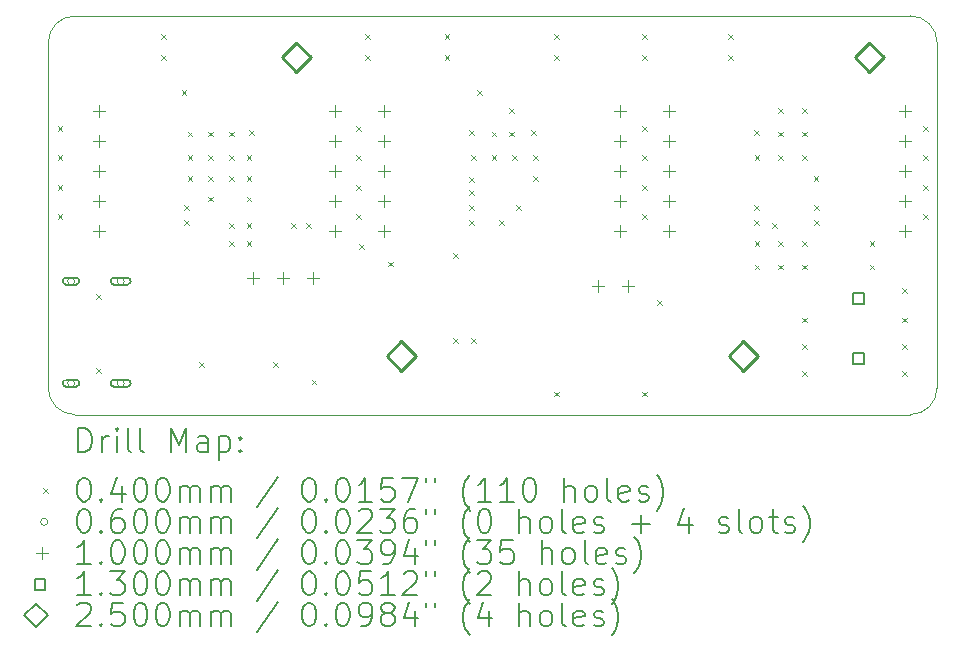
<source format=gbr>
%TF.GenerationSoftware,KiCad,Pcbnew,7.0.7-7.0.7~ubuntu22.04.1*%
%TF.CreationDate,2024-01-12T16:25:41+05:30*%
%TF.ProjectId,24-ch-relay-driver-kicad,32342d63-682d-4726-956c-61792d647269,1.1.0*%
%TF.SameCoordinates,Original*%
%TF.FileFunction,Drillmap*%
%TF.FilePolarity,Positive*%
%FSLAX45Y45*%
G04 Gerber Fmt 4.5, Leading zero omitted, Abs format (unit mm)*
G04 Created by KiCad (PCBNEW 7.0.7-7.0.7~ubuntu22.04.1) date 2024-01-12 16:25:41*
%MOMM*%
%LPD*%
G01*
G04 APERTURE LIST*
%ADD10C,0.100000*%
%ADD11C,0.200000*%
%ADD12C,0.040000*%
%ADD13C,0.060000*%
%ADD14C,0.130000*%
%ADD15C,0.250000*%
G04 APERTURE END LIST*
D10*
X18700000Y-10375000D02*
X11625000Y-10375000D01*
X11625000Y-7000000D02*
X18700000Y-7000000D01*
X18925000Y-7225000D02*
G75*
G03*
X18700000Y-7000000I-225000J0D01*
G01*
X11400000Y-10150000D02*
X11400000Y-7225000D01*
X18700000Y-10375000D02*
G75*
G03*
X18925000Y-10150000I0J225000D01*
G01*
X18925000Y-7225000D02*
X18925000Y-10150000D01*
X11625000Y-7000000D02*
G75*
G03*
X11400000Y-7225000I0J-225000D01*
G01*
X11400000Y-10150000D02*
G75*
G03*
X11625000Y-10375000I225000J0D01*
G01*
D11*
D12*
X11480000Y-7930000D02*
X11520000Y-7970000D01*
X11520000Y-7930000D02*
X11480000Y-7970000D01*
X11480000Y-8180000D02*
X11520000Y-8220000D01*
X11520000Y-8180000D02*
X11480000Y-8220000D01*
X11480000Y-8430000D02*
X11520000Y-8470000D01*
X11520000Y-8430000D02*
X11480000Y-8470000D01*
X11480000Y-8680000D02*
X11520000Y-8720000D01*
X11520000Y-8680000D02*
X11480000Y-8720000D01*
X11804700Y-9355300D02*
X11844700Y-9395300D01*
X11844700Y-9355300D02*
X11804700Y-9395300D01*
X11804700Y-9980300D02*
X11844700Y-10020300D01*
X11844700Y-9980300D02*
X11804700Y-10020300D01*
X12355000Y-7155000D02*
X12395000Y-7195000D01*
X12395000Y-7155000D02*
X12355000Y-7195000D01*
X12355000Y-7330000D02*
X12395000Y-7370000D01*
X12395000Y-7330000D02*
X12355000Y-7370000D01*
X12530000Y-7630000D02*
X12570000Y-7670000D01*
X12570000Y-7630000D02*
X12530000Y-7670000D01*
X12553000Y-8603300D02*
X12593000Y-8643300D01*
X12593000Y-8603300D02*
X12553000Y-8643300D01*
X12553000Y-8730300D02*
X12593000Y-8770300D01*
X12593000Y-8730300D02*
X12553000Y-8770300D01*
X12580000Y-7980000D02*
X12620000Y-8020000D01*
X12620000Y-7980000D02*
X12580000Y-8020000D01*
X12580000Y-8180000D02*
X12620000Y-8220000D01*
X12620000Y-8180000D02*
X12580000Y-8220000D01*
X12580000Y-8355000D02*
X12620000Y-8395000D01*
X12620000Y-8355000D02*
X12580000Y-8395000D01*
X12680000Y-9930000D02*
X12720000Y-9970000D01*
X12720000Y-9930000D02*
X12680000Y-9970000D01*
X12755000Y-7980000D02*
X12795000Y-8020000D01*
X12795000Y-7980000D02*
X12755000Y-8020000D01*
X12755000Y-8180000D02*
X12795000Y-8220000D01*
X12795000Y-8180000D02*
X12755000Y-8220000D01*
X12755000Y-8355000D02*
X12795000Y-8395000D01*
X12795000Y-8355000D02*
X12755000Y-8395000D01*
X12755000Y-8530000D02*
X12795000Y-8570000D01*
X12795000Y-8530000D02*
X12755000Y-8570000D01*
X12930000Y-7980000D02*
X12970000Y-8020000D01*
X12970000Y-7980000D02*
X12930000Y-8020000D01*
X12930000Y-8180000D02*
X12970000Y-8220000D01*
X12970000Y-8180000D02*
X12930000Y-8220000D01*
X12930000Y-8355000D02*
X12970000Y-8395000D01*
X12970000Y-8355000D02*
X12930000Y-8395000D01*
X12930000Y-8755000D02*
X12970000Y-8795000D01*
X12970000Y-8755000D02*
X12930000Y-8795000D01*
X12930000Y-8905000D02*
X12970000Y-8945000D01*
X12970000Y-8905000D02*
X12930000Y-8945000D01*
X13080000Y-8180000D02*
X13120000Y-8220000D01*
X13120000Y-8180000D02*
X13080000Y-8220000D01*
X13080000Y-8355000D02*
X13120000Y-8395000D01*
X13120000Y-8355000D02*
X13080000Y-8395000D01*
X13080000Y-8530000D02*
X13120000Y-8570000D01*
X13120000Y-8530000D02*
X13080000Y-8570000D01*
X13080000Y-8755000D02*
X13120000Y-8795000D01*
X13120000Y-8755000D02*
X13080000Y-8795000D01*
X13080000Y-8905000D02*
X13120000Y-8945000D01*
X13120000Y-8905000D02*
X13080000Y-8945000D01*
X13099100Y-7968300D02*
X13139100Y-8008300D01*
X13139100Y-7968300D02*
X13099100Y-8008300D01*
X13305000Y-9930000D02*
X13345000Y-9970000D01*
X13345000Y-9930000D02*
X13305000Y-9970000D01*
X13454700Y-8755700D02*
X13494700Y-8795700D01*
X13494700Y-8755700D02*
X13454700Y-8795700D01*
X13581700Y-8755700D02*
X13621700Y-8795700D01*
X13621700Y-8755700D02*
X13581700Y-8795700D01*
X13630000Y-10080000D02*
X13670000Y-10120000D01*
X13670000Y-10080000D02*
X13630000Y-10120000D01*
X14005000Y-7930000D02*
X14045000Y-7970000D01*
X14045000Y-7930000D02*
X14005000Y-7970000D01*
X14005000Y-8180000D02*
X14045000Y-8220000D01*
X14045000Y-8180000D02*
X14005000Y-8220000D01*
X14005000Y-8430000D02*
X14045000Y-8470000D01*
X14045000Y-8430000D02*
X14005000Y-8470000D01*
X14005000Y-8680000D02*
X14045000Y-8720000D01*
X14045000Y-8680000D02*
X14005000Y-8720000D01*
X14030000Y-8930000D02*
X14070000Y-8970000D01*
X14070000Y-8930000D02*
X14030000Y-8970000D01*
X14080000Y-7155000D02*
X14120000Y-7195000D01*
X14120000Y-7155000D02*
X14080000Y-7195000D01*
X14080000Y-7330000D02*
X14120000Y-7370000D01*
X14120000Y-7330000D02*
X14080000Y-7370000D01*
X14280000Y-9080000D02*
X14320000Y-9120000D01*
X14320000Y-9080000D02*
X14280000Y-9120000D01*
X14755000Y-7155000D02*
X14795000Y-7195000D01*
X14795000Y-7155000D02*
X14755000Y-7195000D01*
X14755000Y-7330000D02*
X14795000Y-7370000D01*
X14795000Y-7330000D02*
X14755000Y-7370000D01*
X14828770Y-9007550D02*
X14868770Y-9047550D01*
X14868770Y-9007550D02*
X14828770Y-9047550D01*
X14830000Y-9730000D02*
X14870000Y-9770000D01*
X14870000Y-9730000D02*
X14830000Y-9770000D01*
X14966000Y-7968300D02*
X15006000Y-8008300D01*
X15006000Y-7968300D02*
X14966000Y-8008300D01*
X14966000Y-8362000D02*
X15006000Y-8402000D01*
X15006000Y-8362000D02*
X14966000Y-8402000D01*
X14966000Y-8476300D02*
X15006000Y-8516300D01*
X15006000Y-8476300D02*
X14966000Y-8516300D01*
X14966000Y-8603300D02*
X15006000Y-8643300D01*
X15006000Y-8603300D02*
X14966000Y-8643300D01*
X14966000Y-8730300D02*
X15006000Y-8770300D01*
X15006000Y-8730300D02*
X14966000Y-8770300D01*
X14980000Y-8180000D02*
X15020000Y-8220000D01*
X15020000Y-8180000D02*
X14980000Y-8220000D01*
X14980000Y-9730000D02*
X15020000Y-9770000D01*
X15020000Y-9730000D02*
X14980000Y-9770000D01*
X15030000Y-7630000D02*
X15070000Y-7670000D01*
X15070000Y-7630000D02*
X15030000Y-7670000D01*
X15155000Y-7980000D02*
X15195000Y-8020000D01*
X15195000Y-7980000D02*
X15155000Y-8020000D01*
X15155000Y-8180000D02*
X15195000Y-8220000D01*
X15195000Y-8180000D02*
X15155000Y-8220000D01*
X15220000Y-8730300D02*
X15260000Y-8770300D01*
X15260000Y-8730300D02*
X15220000Y-8770300D01*
X15305000Y-7780000D02*
X15345000Y-7820000D01*
X15345000Y-7780000D02*
X15305000Y-7820000D01*
X15305000Y-7980000D02*
X15345000Y-8020000D01*
X15345000Y-7980000D02*
X15305000Y-8020000D01*
X15330000Y-8180000D02*
X15370000Y-8220000D01*
X15370000Y-8180000D02*
X15330000Y-8220000D01*
X15359700Y-8603300D02*
X15399700Y-8643300D01*
X15399700Y-8603300D02*
X15359700Y-8643300D01*
X15486700Y-7968300D02*
X15526700Y-8008300D01*
X15526700Y-7968300D02*
X15486700Y-8008300D01*
X15505000Y-8180000D02*
X15545000Y-8220000D01*
X15545000Y-8180000D02*
X15505000Y-8220000D01*
X15505000Y-8355000D02*
X15545000Y-8395000D01*
X15545000Y-8355000D02*
X15505000Y-8395000D01*
X15680000Y-7155000D02*
X15720000Y-7195000D01*
X15720000Y-7155000D02*
X15680000Y-7195000D01*
X15680000Y-7330000D02*
X15720000Y-7370000D01*
X15720000Y-7330000D02*
X15680000Y-7370000D01*
X15680000Y-10180000D02*
X15720000Y-10220000D01*
X15720000Y-10180000D02*
X15680000Y-10220000D01*
X16430000Y-7155000D02*
X16470000Y-7195000D01*
X16470000Y-7155000D02*
X16430000Y-7195000D01*
X16430000Y-7330000D02*
X16470000Y-7370000D01*
X16470000Y-7330000D02*
X16430000Y-7370000D01*
X16430000Y-7930000D02*
X16470000Y-7970000D01*
X16470000Y-7930000D02*
X16430000Y-7970000D01*
X16430000Y-8180000D02*
X16470000Y-8220000D01*
X16470000Y-8180000D02*
X16430000Y-8220000D01*
X16430000Y-8430000D02*
X16470000Y-8470000D01*
X16470000Y-8430000D02*
X16430000Y-8470000D01*
X16430000Y-8680000D02*
X16470000Y-8720000D01*
X16470000Y-8680000D02*
X16430000Y-8720000D01*
X16430000Y-10180000D02*
X16470000Y-10220000D01*
X16470000Y-10180000D02*
X16430000Y-10220000D01*
X16555000Y-9405000D02*
X16595000Y-9445000D01*
X16595000Y-9405000D02*
X16555000Y-9445000D01*
X17155000Y-7155000D02*
X17195000Y-7195000D01*
X17195000Y-7155000D02*
X17155000Y-7195000D01*
X17155000Y-7330000D02*
X17195000Y-7370000D01*
X17195000Y-7330000D02*
X17155000Y-7370000D01*
X17379000Y-7968300D02*
X17419000Y-8008300D01*
X17419000Y-7968300D02*
X17379000Y-8008300D01*
X17379000Y-8603300D02*
X17419000Y-8643300D01*
X17419000Y-8603300D02*
X17379000Y-8643300D01*
X17379000Y-8730300D02*
X17419000Y-8770300D01*
X17419000Y-8730300D02*
X17379000Y-8770300D01*
X17380000Y-8180000D02*
X17420000Y-8220000D01*
X17420000Y-8180000D02*
X17380000Y-8220000D01*
X17380000Y-8905000D02*
X17420000Y-8945000D01*
X17420000Y-8905000D02*
X17380000Y-8945000D01*
X17380000Y-9105000D02*
X17420000Y-9145000D01*
X17420000Y-9105000D02*
X17380000Y-9145000D01*
X17530000Y-8755000D02*
X17570000Y-8795000D01*
X17570000Y-8755000D02*
X17530000Y-8795000D01*
X17580000Y-7780000D02*
X17620000Y-7820000D01*
X17620000Y-7780000D02*
X17580000Y-7820000D01*
X17580000Y-7980000D02*
X17620000Y-8020000D01*
X17620000Y-7980000D02*
X17580000Y-8020000D01*
X17580000Y-8180000D02*
X17620000Y-8220000D01*
X17620000Y-8180000D02*
X17580000Y-8220000D01*
X17580000Y-8905000D02*
X17620000Y-8945000D01*
X17620000Y-8905000D02*
X17580000Y-8945000D01*
X17580000Y-9105000D02*
X17620000Y-9145000D01*
X17620000Y-9105000D02*
X17580000Y-9145000D01*
X17780000Y-7780000D02*
X17820000Y-7820000D01*
X17820000Y-7780000D02*
X17780000Y-7820000D01*
X17780000Y-7980000D02*
X17820000Y-8020000D01*
X17820000Y-7980000D02*
X17780000Y-8020000D01*
X17780000Y-8180000D02*
X17820000Y-8220000D01*
X17820000Y-8180000D02*
X17780000Y-8220000D01*
X17780000Y-8905000D02*
X17820000Y-8945000D01*
X17820000Y-8905000D02*
X17780000Y-8945000D01*
X17780000Y-9105000D02*
X17820000Y-9145000D01*
X17820000Y-9105000D02*
X17780000Y-9145000D01*
X17780000Y-9555000D02*
X17820000Y-9595000D01*
X17820000Y-9555000D02*
X17780000Y-9595000D01*
X17780000Y-9780000D02*
X17820000Y-9820000D01*
X17820000Y-9780000D02*
X17780000Y-9820000D01*
X17780000Y-10005000D02*
X17820000Y-10045000D01*
X17820000Y-10005000D02*
X17780000Y-10045000D01*
X17880000Y-8355000D02*
X17920000Y-8395000D01*
X17920000Y-8355000D02*
X17880000Y-8395000D01*
X17887000Y-8603300D02*
X17927000Y-8643300D01*
X17927000Y-8603300D02*
X17887000Y-8643300D01*
X17887000Y-8730300D02*
X17927000Y-8770300D01*
X17927000Y-8730300D02*
X17887000Y-8770300D01*
X18355000Y-8905000D02*
X18395000Y-8945000D01*
X18395000Y-8905000D02*
X18355000Y-8945000D01*
X18355000Y-9105000D02*
X18395000Y-9145000D01*
X18395000Y-9105000D02*
X18355000Y-9145000D01*
X18630000Y-9305000D02*
X18670000Y-9345000D01*
X18670000Y-9305000D02*
X18630000Y-9345000D01*
X18630000Y-9555000D02*
X18670000Y-9595000D01*
X18670000Y-9555000D02*
X18630000Y-9595000D01*
X18630000Y-9780000D02*
X18670000Y-9820000D01*
X18670000Y-9780000D02*
X18630000Y-9820000D01*
X18630000Y-10005000D02*
X18670000Y-10045000D01*
X18670000Y-10005000D02*
X18630000Y-10045000D01*
X18805000Y-7930000D02*
X18845000Y-7970000D01*
X18845000Y-7930000D02*
X18805000Y-7970000D01*
X18805000Y-8180000D02*
X18845000Y-8220000D01*
X18845000Y-8180000D02*
X18805000Y-8220000D01*
X18805000Y-8430000D02*
X18845000Y-8470000D01*
X18845000Y-8430000D02*
X18805000Y-8470000D01*
X18805000Y-8680000D02*
X18845000Y-8720000D01*
X18845000Y-8680000D02*
X18805000Y-8720000D01*
D13*
X11623200Y-9245400D02*
G75*
G03*
X11623200Y-9245400I-30000J0D01*
G01*
D11*
X11633200Y-9215400D02*
X11553200Y-9215400D01*
X11553200Y-9215400D02*
G75*
G03*
X11553200Y-9275400I0J-30000D01*
G01*
X11553200Y-9275400D02*
X11633200Y-9275400D01*
X11633200Y-9275400D02*
G75*
G03*
X11633200Y-9215400I0J30000D01*
G01*
D13*
X11623200Y-10109400D02*
G75*
G03*
X11623200Y-10109400I-30000J0D01*
G01*
D11*
X11633200Y-10079400D02*
X11553200Y-10079400D01*
X11553200Y-10079400D02*
G75*
G03*
X11553200Y-10139400I0J-30000D01*
G01*
X11553200Y-10139400D02*
X11633200Y-10139400D01*
X11633200Y-10139400D02*
G75*
G03*
X11633200Y-10079400I0J30000D01*
G01*
D13*
X12043200Y-9245400D02*
G75*
G03*
X12043200Y-9245400I-30000J0D01*
G01*
D11*
X12068200Y-9215400D02*
X11958200Y-9215400D01*
X11958200Y-9215400D02*
G75*
G03*
X11958200Y-9275400I0J-30000D01*
G01*
X11958200Y-9275400D02*
X12068200Y-9275400D01*
X12068200Y-9275400D02*
G75*
G03*
X12068200Y-9215400I0J30000D01*
G01*
D13*
X12043200Y-10109400D02*
G75*
G03*
X12043200Y-10109400I-30000J0D01*
G01*
D11*
X12068200Y-10079400D02*
X11958200Y-10079400D01*
X11958200Y-10079400D02*
G75*
G03*
X11958200Y-10139400I0J-30000D01*
G01*
X11958200Y-10139400D02*
X12068200Y-10139400D01*
X12068200Y-10139400D02*
G75*
G03*
X12068200Y-10079400I0J30000D01*
G01*
D10*
X11827000Y-7755800D02*
X11827000Y-7855800D01*
X11777000Y-7805800D02*
X11877000Y-7805800D01*
X11827000Y-8009800D02*
X11827000Y-8109800D01*
X11777000Y-8059800D02*
X11877000Y-8059800D01*
X11827000Y-8263800D02*
X11827000Y-8363800D01*
X11777000Y-8313800D02*
X11877000Y-8313800D01*
X11827000Y-8517800D02*
X11827000Y-8617800D01*
X11777000Y-8567800D02*
X11877000Y-8567800D01*
X11827000Y-8771800D02*
X11827000Y-8871800D01*
X11777000Y-8821800D02*
X11877000Y-8821800D01*
X13130300Y-9170200D02*
X13130300Y-9270200D01*
X13080300Y-9220200D02*
X13180300Y-9220200D01*
X13384300Y-9170200D02*
X13384300Y-9270200D01*
X13334300Y-9220200D02*
X13434300Y-9220200D01*
X13638300Y-9170200D02*
X13638300Y-9270200D01*
X13588300Y-9220200D02*
X13688300Y-9220200D01*
X13827000Y-7755800D02*
X13827000Y-7855800D01*
X13777000Y-7805800D02*
X13877000Y-7805800D01*
X13827000Y-8009800D02*
X13827000Y-8109800D01*
X13777000Y-8059800D02*
X13877000Y-8059800D01*
X13827000Y-8263800D02*
X13827000Y-8363800D01*
X13777000Y-8313800D02*
X13877000Y-8313800D01*
X13827000Y-8517800D02*
X13827000Y-8617800D01*
X13777000Y-8567800D02*
X13877000Y-8567800D01*
X13827000Y-8771800D02*
X13827000Y-8871800D01*
X13777000Y-8821800D02*
X13877000Y-8821800D01*
X14240000Y-7755800D02*
X14240000Y-7855800D01*
X14190000Y-7805800D02*
X14290000Y-7805800D01*
X14240000Y-8009800D02*
X14240000Y-8109800D01*
X14190000Y-8059800D02*
X14290000Y-8059800D01*
X14240000Y-8263800D02*
X14240000Y-8363800D01*
X14190000Y-8313800D02*
X14290000Y-8313800D01*
X14240000Y-8517800D02*
X14240000Y-8617800D01*
X14190000Y-8567800D02*
X14290000Y-8567800D01*
X14240000Y-8771800D02*
X14240000Y-8871800D01*
X14190000Y-8821800D02*
X14290000Y-8821800D01*
X16052800Y-9233700D02*
X16052800Y-9333700D01*
X16002800Y-9283700D02*
X16102800Y-9283700D01*
X16240000Y-7755800D02*
X16240000Y-7855800D01*
X16190000Y-7805800D02*
X16290000Y-7805800D01*
X16240000Y-8009800D02*
X16240000Y-8109800D01*
X16190000Y-8059800D02*
X16290000Y-8059800D01*
X16240000Y-8263800D02*
X16240000Y-8363800D01*
X16190000Y-8313800D02*
X16290000Y-8313800D01*
X16240000Y-8517800D02*
X16240000Y-8617800D01*
X16190000Y-8567800D02*
X16290000Y-8567800D01*
X16240000Y-8771800D02*
X16240000Y-8871800D01*
X16190000Y-8821800D02*
X16290000Y-8821800D01*
X16306800Y-9233700D02*
X16306800Y-9333700D01*
X16256800Y-9283700D02*
X16356800Y-9283700D01*
X16653000Y-7753380D02*
X16653000Y-7853380D01*
X16603000Y-7803380D02*
X16703000Y-7803380D01*
X16653000Y-8007380D02*
X16653000Y-8107380D01*
X16603000Y-8057380D02*
X16703000Y-8057380D01*
X16653000Y-8261380D02*
X16653000Y-8361380D01*
X16603000Y-8311380D02*
X16703000Y-8311380D01*
X16653000Y-8515380D02*
X16653000Y-8615380D01*
X16603000Y-8565380D02*
X16703000Y-8565380D01*
X16653000Y-8769380D02*
X16653000Y-8869380D01*
X16603000Y-8819380D02*
X16703000Y-8819380D01*
X18653000Y-7753380D02*
X18653000Y-7853380D01*
X18603000Y-7803380D02*
X18703000Y-7803380D01*
X18653000Y-8007380D02*
X18653000Y-8107380D01*
X18603000Y-8057380D02*
X18703000Y-8057380D01*
X18653000Y-8261380D02*
X18653000Y-8361380D01*
X18603000Y-8311380D02*
X18703000Y-8311380D01*
X18653000Y-8515380D02*
X18653000Y-8615380D01*
X18603000Y-8565380D02*
X18703000Y-8565380D01*
X18653000Y-8769380D02*
X18653000Y-8869380D01*
X18603000Y-8819380D02*
X18703000Y-8819380D01*
D14*
X18303463Y-9437962D02*
X18303463Y-9346038D01*
X18211538Y-9346038D01*
X18211538Y-9437962D01*
X18303463Y-9437962D01*
X18303463Y-9945962D02*
X18303463Y-9854038D01*
X18211538Y-9854038D01*
X18211538Y-9945962D01*
X18303463Y-9945962D01*
D15*
X13500000Y-7475000D02*
X13625000Y-7350000D01*
X13500000Y-7225000D01*
X13375000Y-7350000D01*
X13500000Y-7475000D01*
X14389100Y-10005000D02*
X14514100Y-9880000D01*
X14389100Y-9755000D01*
X14264100Y-9880000D01*
X14389100Y-10005000D01*
X17284700Y-10005000D02*
X17409700Y-9880000D01*
X17284700Y-9755000D01*
X17159700Y-9880000D01*
X17284700Y-10005000D01*
X18351500Y-7475000D02*
X18476500Y-7350000D01*
X18351500Y-7225000D01*
X18226500Y-7350000D01*
X18351500Y-7475000D01*
D11*
X11655777Y-10691484D02*
X11655777Y-10491484D01*
X11655777Y-10491484D02*
X11703396Y-10491484D01*
X11703396Y-10491484D02*
X11731967Y-10501008D01*
X11731967Y-10501008D02*
X11751015Y-10520055D01*
X11751015Y-10520055D02*
X11760539Y-10539103D01*
X11760539Y-10539103D02*
X11770062Y-10577198D01*
X11770062Y-10577198D02*
X11770062Y-10605770D01*
X11770062Y-10605770D02*
X11760539Y-10643865D01*
X11760539Y-10643865D02*
X11751015Y-10662912D01*
X11751015Y-10662912D02*
X11731967Y-10681960D01*
X11731967Y-10681960D02*
X11703396Y-10691484D01*
X11703396Y-10691484D02*
X11655777Y-10691484D01*
X11855777Y-10691484D02*
X11855777Y-10558150D01*
X11855777Y-10596246D02*
X11865301Y-10577198D01*
X11865301Y-10577198D02*
X11874824Y-10567674D01*
X11874824Y-10567674D02*
X11893872Y-10558150D01*
X11893872Y-10558150D02*
X11912920Y-10558150D01*
X11979586Y-10691484D02*
X11979586Y-10558150D01*
X11979586Y-10491484D02*
X11970062Y-10501008D01*
X11970062Y-10501008D02*
X11979586Y-10510531D01*
X11979586Y-10510531D02*
X11989110Y-10501008D01*
X11989110Y-10501008D02*
X11979586Y-10491484D01*
X11979586Y-10491484D02*
X11979586Y-10510531D01*
X12103396Y-10691484D02*
X12084348Y-10681960D01*
X12084348Y-10681960D02*
X12074824Y-10662912D01*
X12074824Y-10662912D02*
X12074824Y-10491484D01*
X12208158Y-10691484D02*
X12189110Y-10681960D01*
X12189110Y-10681960D02*
X12179586Y-10662912D01*
X12179586Y-10662912D02*
X12179586Y-10491484D01*
X12436729Y-10691484D02*
X12436729Y-10491484D01*
X12436729Y-10491484D02*
X12503396Y-10634341D01*
X12503396Y-10634341D02*
X12570062Y-10491484D01*
X12570062Y-10491484D02*
X12570062Y-10691484D01*
X12751015Y-10691484D02*
X12751015Y-10586722D01*
X12751015Y-10586722D02*
X12741491Y-10567674D01*
X12741491Y-10567674D02*
X12722443Y-10558150D01*
X12722443Y-10558150D02*
X12684348Y-10558150D01*
X12684348Y-10558150D02*
X12665301Y-10567674D01*
X12751015Y-10681960D02*
X12731967Y-10691484D01*
X12731967Y-10691484D02*
X12684348Y-10691484D01*
X12684348Y-10691484D02*
X12665301Y-10681960D01*
X12665301Y-10681960D02*
X12655777Y-10662912D01*
X12655777Y-10662912D02*
X12655777Y-10643865D01*
X12655777Y-10643865D02*
X12665301Y-10624817D01*
X12665301Y-10624817D02*
X12684348Y-10615293D01*
X12684348Y-10615293D02*
X12731967Y-10615293D01*
X12731967Y-10615293D02*
X12751015Y-10605770D01*
X12846253Y-10558150D02*
X12846253Y-10758150D01*
X12846253Y-10567674D02*
X12865301Y-10558150D01*
X12865301Y-10558150D02*
X12903396Y-10558150D01*
X12903396Y-10558150D02*
X12922443Y-10567674D01*
X12922443Y-10567674D02*
X12931967Y-10577198D01*
X12931967Y-10577198D02*
X12941491Y-10596246D01*
X12941491Y-10596246D02*
X12941491Y-10653389D01*
X12941491Y-10653389D02*
X12931967Y-10672436D01*
X12931967Y-10672436D02*
X12922443Y-10681960D01*
X12922443Y-10681960D02*
X12903396Y-10691484D01*
X12903396Y-10691484D02*
X12865301Y-10691484D01*
X12865301Y-10691484D02*
X12846253Y-10681960D01*
X13027205Y-10672436D02*
X13036729Y-10681960D01*
X13036729Y-10681960D02*
X13027205Y-10691484D01*
X13027205Y-10691484D02*
X13017682Y-10681960D01*
X13017682Y-10681960D02*
X13027205Y-10672436D01*
X13027205Y-10672436D02*
X13027205Y-10691484D01*
X13027205Y-10567674D02*
X13036729Y-10577198D01*
X13036729Y-10577198D02*
X13027205Y-10586722D01*
X13027205Y-10586722D02*
X13017682Y-10577198D01*
X13017682Y-10577198D02*
X13027205Y-10567674D01*
X13027205Y-10567674D02*
X13027205Y-10586722D01*
D12*
X11355000Y-11000000D02*
X11395000Y-11040000D01*
X11395000Y-11000000D02*
X11355000Y-11040000D01*
D11*
X11693872Y-10911484D02*
X11712920Y-10911484D01*
X11712920Y-10911484D02*
X11731967Y-10921008D01*
X11731967Y-10921008D02*
X11741491Y-10930531D01*
X11741491Y-10930531D02*
X11751015Y-10949579D01*
X11751015Y-10949579D02*
X11760539Y-10987674D01*
X11760539Y-10987674D02*
X11760539Y-11035293D01*
X11760539Y-11035293D02*
X11751015Y-11073389D01*
X11751015Y-11073389D02*
X11741491Y-11092436D01*
X11741491Y-11092436D02*
X11731967Y-11101960D01*
X11731967Y-11101960D02*
X11712920Y-11111484D01*
X11712920Y-11111484D02*
X11693872Y-11111484D01*
X11693872Y-11111484D02*
X11674824Y-11101960D01*
X11674824Y-11101960D02*
X11665301Y-11092436D01*
X11665301Y-11092436D02*
X11655777Y-11073389D01*
X11655777Y-11073389D02*
X11646253Y-11035293D01*
X11646253Y-11035293D02*
X11646253Y-10987674D01*
X11646253Y-10987674D02*
X11655777Y-10949579D01*
X11655777Y-10949579D02*
X11665301Y-10930531D01*
X11665301Y-10930531D02*
X11674824Y-10921008D01*
X11674824Y-10921008D02*
X11693872Y-10911484D01*
X11846253Y-11092436D02*
X11855777Y-11101960D01*
X11855777Y-11101960D02*
X11846253Y-11111484D01*
X11846253Y-11111484D02*
X11836729Y-11101960D01*
X11836729Y-11101960D02*
X11846253Y-11092436D01*
X11846253Y-11092436D02*
X11846253Y-11111484D01*
X12027205Y-10978150D02*
X12027205Y-11111484D01*
X11979586Y-10901960D02*
X11931967Y-11044817D01*
X11931967Y-11044817D02*
X12055777Y-11044817D01*
X12170062Y-10911484D02*
X12189110Y-10911484D01*
X12189110Y-10911484D02*
X12208158Y-10921008D01*
X12208158Y-10921008D02*
X12217682Y-10930531D01*
X12217682Y-10930531D02*
X12227205Y-10949579D01*
X12227205Y-10949579D02*
X12236729Y-10987674D01*
X12236729Y-10987674D02*
X12236729Y-11035293D01*
X12236729Y-11035293D02*
X12227205Y-11073389D01*
X12227205Y-11073389D02*
X12217682Y-11092436D01*
X12217682Y-11092436D02*
X12208158Y-11101960D01*
X12208158Y-11101960D02*
X12189110Y-11111484D01*
X12189110Y-11111484D02*
X12170062Y-11111484D01*
X12170062Y-11111484D02*
X12151015Y-11101960D01*
X12151015Y-11101960D02*
X12141491Y-11092436D01*
X12141491Y-11092436D02*
X12131967Y-11073389D01*
X12131967Y-11073389D02*
X12122443Y-11035293D01*
X12122443Y-11035293D02*
X12122443Y-10987674D01*
X12122443Y-10987674D02*
X12131967Y-10949579D01*
X12131967Y-10949579D02*
X12141491Y-10930531D01*
X12141491Y-10930531D02*
X12151015Y-10921008D01*
X12151015Y-10921008D02*
X12170062Y-10911484D01*
X12360539Y-10911484D02*
X12379586Y-10911484D01*
X12379586Y-10911484D02*
X12398634Y-10921008D01*
X12398634Y-10921008D02*
X12408158Y-10930531D01*
X12408158Y-10930531D02*
X12417682Y-10949579D01*
X12417682Y-10949579D02*
X12427205Y-10987674D01*
X12427205Y-10987674D02*
X12427205Y-11035293D01*
X12427205Y-11035293D02*
X12417682Y-11073389D01*
X12417682Y-11073389D02*
X12408158Y-11092436D01*
X12408158Y-11092436D02*
X12398634Y-11101960D01*
X12398634Y-11101960D02*
X12379586Y-11111484D01*
X12379586Y-11111484D02*
X12360539Y-11111484D01*
X12360539Y-11111484D02*
X12341491Y-11101960D01*
X12341491Y-11101960D02*
X12331967Y-11092436D01*
X12331967Y-11092436D02*
X12322443Y-11073389D01*
X12322443Y-11073389D02*
X12312920Y-11035293D01*
X12312920Y-11035293D02*
X12312920Y-10987674D01*
X12312920Y-10987674D02*
X12322443Y-10949579D01*
X12322443Y-10949579D02*
X12331967Y-10930531D01*
X12331967Y-10930531D02*
X12341491Y-10921008D01*
X12341491Y-10921008D02*
X12360539Y-10911484D01*
X12512920Y-11111484D02*
X12512920Y-10978150D01*
X12512920Y-10997198D02*
X12522443Y-10987674D01*
X12522443Y-10987674D02*
X12541491Y-10978150D01*
X12541491Y-10978150D02*
X12570063Y-10978150D01*
X12570063Y-10978150D02*
X12589110Y-10987674D01*
X12589110Y-10987674D02*
X12598634Y-11006722D01*
X12598634Y-11006722D02*
X12598634Y-11111484D01*
X12598634Y-11006722D02*
X12608158Y-10987674D01*
X12608158Y-10987674D02*
X12627205Y-10978150D01*
X12627205Y-10978150D02*
X12655777Y-10978150D01*
X12655777Y-10978150D02*
X12674824Y-10987674D01*
X12674824Y-10987674D02*
X12684348Y-11006722D01*
X12684348Y-11006722D02*
X12684348Y-11111484D01*
X12779586Y-11111484D02*
X12779586Y-10978150D01*
X12779586Y-10997198D02*
X12789110Y-10987674D01*
X12789110Y-10987674D02*
X12808158Y-10978150D01*
X12808158Y-10978150D02*
X12836729Y-10978150D01*
X12836729Y-10978150D02*
X12855777Y-10987674D01*
X12855777Y-10987674D02*
X12865301Y-11006722D01*
X12865301Y-11006722D02*
X12865301Y-11111484D01*
X12865301Y-11006722D02*
X12874824Y-10987674D01*
X12874824Y-10987674D02*
X12893872Y-10978150D01*
X12893872Y-10978150D02*
X12922443Y-10978150D01*
X12922443Y-10978150D02*
X12941491Y-10987674D01*
X12941491Y-10987674D02*
X12951015Y-11006722D01*
X12951015Y-11006722D02*
X12951015Y-11111484D01*
X13341491Y-10901960D02*
X13170063Y-11159103D01*
X13598634Y-10911484D02*
X13617682Y-10911484D01*
X13617682Y-10911484D02*
X13636729Y-10921008D01*
X13636729Y-10921008D02*
X13646253Y-10930531D01*
X13646253Y-10930531D02*
X13655777Y-10949579D01*
X13655777Y-10949579D02*
X13665301Y-10987674D01*
X13665301Y-10987674D02*
X13665301Y-11035293D01*
X13665301Y-11035293D02*
X13655777Y-11073389D01*
X13655777Y-11073389D02*
X13646253Y-11092436D01*
X13646253Y-11092436D02*
X13636729Y-11101960D01*
X13636729Y-11101960D02*
X13617682Y-11111484D01*
X13617682Y-11111484D02*
X13598634Y-11111484D01*
X13598634Y-11111484D02*
X13579586Y-11101960D01*
X13579586Y-11101960D02*
X13570063Y-11092436D01*
X13570063Y-11092436D02*
X13560539Y-11073389D01*
X13560539Y-11073389D02*
X13551015Y-11035293D01*
X13551015Y-11035293D02*
X13551015Y-10987674D01*
X13551015Y-10987674D02*
X13560539Y-10949579D01*
X13560539Y-10949579D02*
X13570063Y-10930531D01*
X13570063Y-10930531D02*
X13579586Y-10921008D01*
X13579586Y-10921008D02*
X13598634Y-10911484D01*
X13751015Y-11092436D02*
X13760539Y-11101960D01*
X13760539Y-11101960D02*
X13751015Y-11111484D01*
X13751015Y-11111484D02*
X13741491Y-11101960D01*
X13741491Y-11101960D02*
X13751015Y-11092436D01*
X13751015Y-11092436D02*
X13751015Y-11111484D01*
X13884348Y-10911484D02*
X13903396Y-10911484D01*
X13903396Y-10911484D02*
X13922444Y-10921008D01*
X13922444Y-10921008D02*
X13931967Y-10930531D01*
X13931967Y-10930531D02*
X13941491Y-10949579D01*
X13941491Y-10949579D02*
X13951015Y-10987674D01*
X13951015Y-10987674D02*
X13951015Y-11035293D01*
X13951015Y-11035293D02*
X13941491Y-11073389D01*
X13941491Y-11073389D02*
X13931967Y-11092436D01*
X13931967Y-11092436D02*
X13922444Y-11101960D01*
X13922444Y-11101960D02*
X13903396Y-11111484D01*
X13903396Y-11111484D02*
X13884348Y-11111484D01*
X13884348Y-11111484D02*
X13865301Y-11101960D01*
X13865301Y-11101960D02*
X13855777Y-11092436D01*
X13855777Y-11092436D02*
X13846253Y-11073389D01*
X13846253Y-11073389D02*
X13836729Y-11035293D01*
X13836729Y-11035293D02*
X13836729Y-10987674D01*
X13836729Y-10987674D02*
X13846253Y-10949579D01*
X13846253Y-10949579D02*
X13855777Y-10930531D01*
X13855777Y-10930531D02*
X13865301Y-10921008D01*
X13865301Y-10921008D02*
X13884348Y-10911484D01*
X14141491Y-11111484D02*
X14027206Y-11111484D01*
X14084348Y-11111484D02*
X14084348Y-10911484D01*
X14084348Y-10911484D02*
X14065301Y-10940055D01*
X14065301Y-10940055D02*
X14046253Y-10959103D01*
X14046253Y-10959103D02*
X14027206Y-10968627D01*
X14322444Y-10911484D02*
X14227206Y-10911484D01*
X14227206Y-10911484D02*
X14217682Y-11006722D01*
X14217682Y-11006722D02*
X14227206Y-10997198D01*
X14227206Y-10997198D02*
X14246253Y-10987674D01*
X14246253Y-10987674D02*
X14293872Y-10987674D01*
X14293872Y-10987674D02*
X14312920Y-10997198D01*
X14312920Y-10997198D02*
X14322444Y-11006722D01*
X14322444Y-11006722D02*
X14331967Y-11025770D01*
X14331967Y-11025770D02*
X14331967Y-11073389D01*
X14331967Y-11073389D02*
X14322444Y-11092436D01*
X14322444Y-11092436D02*
X14312920Y-11101960D01*
X14312920Y-11101960D02*
X14293872Y-11111484D01*
X14293872Y-11111484D02*
X14246253Y-11111484D01*
X14246253Y-11111484D02*
X14227206Y-11101960D01*
X14227206Y-11101960D02*
X14217682Y-11092436D01*
X14398634Y-10911484D02*
X14531967Y-10911484D01*
X14531967Y-10911484D02*
X14446253Y-11111484D01*
X14598634Y-10911484D02*
X14598634Y-10949579D01*
X14674825Y-10911484D02*
X14674825Y-10949579D01*
X14970063Y-11187674D02*
X14960539Y-11178150D01*
X14960539Y-11178150D02*
X14941491Y-11149579D01*
X14941491Y-11149579D02*
X14931968Y-11130531D01*
X14931968Y-11130531D02*
X14922444Y-11101960D01*
X14922444Y-11101960D02*
X14912920Y-11054341D01*
X14912920Y-11054341D02*
X14912920Y-11016246D01*
X14912920Y-11016246D02*
X14922444Y-10968627D01*
X14922444Y-10968627D02*
X14931968Y-10940055D01*
X14931968Y-10940055D02*
X14941491Y-10921008D01*
X14941491Y-10921008D02*
X14960539Y-10892436D01*
X14960539Y-10892436D02*
X14970063Y-10882912D01*
X15151015Y-11111484D02*
X15036729Y-11111484D01*
X15093872Y-11111484D02*
X15093872Y-10911484D01*
X15093872Y-10911484D02*
X15074825Y-10940055D01*
X15074825Y-10940055D02*
X15055777Y-10959103D01*
X15055777Y-10959103D02*
X15036729Y-10968627D01*
X15341491Y-11111484D02*
X15227206Y-11111484D01*
X15284348Y-11111484D02*
X15284348Y-10911484D01*
X15284348Y-10911484D02*
X15265301Y-10940055D01*
X15265301Y-10940055D02*
X15246253Y-10959103D01*
X15246253Y-10959103D02*
X15227206Y-10968627D01*
X15465301Y-10911484D02*
X15484349Y-10911484D01*
X15484349Y-10911484D02*
X15503396Y-10921008D01*
X15503396Y-10921008D02*
X15512920Y-10930531D01*
X15512920Y-10930531D02*
X15522444Y-10949579D01*
X15522444Y-10949579D02*
X15531968Y-10987674D01*
X15531968Y-10987674D02*
X15531968Y-11035293D01*
X15531968Y-11035293D02*
X15522444Y-11073389D01*
X15522444Y-11073389D02*
X15512920Y-11092436D01*
X15512920Y-11092436D02*
X15503396Y-11101960D01*
X15503396Y-11101960D02*
X15484349Y-11111484D01*
X15484349Y-11111484D02*
X15465301Y-11111484D01*
X15465301Y-11111484D02*
X15446253Y-11101960D01*
X15446253Y-11101960D02*
X15436729Y-11092436D01*
X15436729Y-11092436D02*
X15427206Y-11073389D01*
X15427206Y-11073389D02*
X15417682Y-11035293D01*
X15417682Y-11035293D02*
X15417682Y-10987674D01*
X15417682Y-10987674D02*
X15427206Y-10949579D01*
X15427206Y-10949579D02*
X15436729Y-10930531D01*
X15436729Y-10930531D02*
X15446253Y-10921008D01*
X15446253Y-10921008D02*
X15465301Y-10911484D01*
X15770063Y-11111484D02*
X15770063Y-10911484D01*
X15855777Y-11111484D02*
X15855777Y-11006722D01*
X15855777Y-11006722D02*
X15846253Y-10987674D01*
X15846253Y-10987674D02*
X15827206Y-10978150D01*
X15827206Y-10978150D02*
X15798634Y-10978150D01*
X15798634Y-10978150D02*
X15779587Y-10987674D01*
X15779587Y-10987674D02*
X15770063Y-10997198D01*
X15979587Y-11111484D02*
X15960539Y-11101960D01*
X15960539Y-11101960D02*
X15951015Y-11092436D01*
X15951015Y-11092436D02*
X15941491Y-11073389D01*
X15941491Y-11073389D02*
X15941491Y-11016246D01*
X15941491Y-11016246D02*
X15951015Y-10997198D01*
X15951015Y-10997198D02*
X15960539Y-10987674D01*
X15960539Y-10987674D02*
X15979587Y-10978150D01*
X15979587Y-10978150D02*
X16008158Y-10978150D01*
X16008158Y-10978150D02*
X16027206Y-10987674D01*
X16027206Y-10987674D02*
X16036730Y-10997198D01*
X16036730Y-10997198D02*
X16046253Y-11016246D01*
X16046253Y-11016246D02*
X16046253Y-11073389D01*
X16046253Y-11073389D02*
X16036730Y-11092436D01*
X16036730Y-11092436D02*
X16027206Y-11101960D01*
X16027206Y-11101960D02*
X16008158Y-11111484D01*
X16008158Y-11111484D02*
X15979587Y-11111484D01*
X16160539Y-11111484D02*
X16141491Y-11101960D01*
X16141491Y-11101960D02*
X16131968Y-11082912D01*
X16131968Y-11082912D02*
X16131968Y-10911484D01*
X16312920Y-11101960D02*
X16293872Y-11111484D01*
X16293872Y-11111484D02*
X16255777Y-11111484D01*
X16255777Y-11111484D02*
X16236730Y-11101960D01*
X16236730Y-11101960D02*
X16227206Y-11082912D01*
X16227206Y-11082912D02*
X16227206Y-11006722D01*
X16227206Y-11006722D02*
X16236730Y-10987674D01*
X16236730Y-10987674D02*
X16255777Y-10978150D01*
X16255777Y-10978150D02*
X16293872Y-10978150D01*
X16293872Y-10978150D02*
X16312920Y-10987674D01*
X16312920Y-10987674D02*
X16322444Y-11006722D01*
X16322444Y-11006722D02*
X16322444Y-11025770D01*
X16322444Y-11025770D02*
X16227206Y-11044817D01*
X16398634Y-11101960D02*
X16417682Y-11111484D01*
X16417682Y-11111484D02*
X16455777Y-11111484D01*
X16455777Y-11111484D02*
X16474825Y-11101960D01*
X16474825Y-11101960D02*
X16484349Y-11082912D01*
X16484349Y-11082912D02*
X16484349Y-11073389D01*
X16484349Y-11073389D02*
X16474825Y-11054341D01*
X16474825Y-11054341D02*
X16455777Y-11044817D01*
X16455777Y-11044817D02*
X16427206Y-11044817D01*
X16427206Y-11044817D02*
X16408158Y-11035293D01*
X16408158Y-11035293D02*
X16398634Y-11016246D01*
X16398634Y-11016246D02*
X16398634Y-11006722D01*
X16398634Y-11006722D02*
X16408158Y-10987674D01*
X16408158Y-10987674D02*
X16427206Y-10978150D01*
X16427206Y-10978150D02*
X16455777Y-10978150D01*
X16455777Y-10978150D02*
X16474825Y-10987674D01*
X16551015Y-11187674D02*
X16560539Y-11178150D01*
X16560539Y-11178150D02*
X16579587Y-11149579D01*
X16579587Y-11149579D02*
X16589111Y-11130531D01*
X16589111Y-11130531D02*
X16598634Y-11101960D01*
X16598634Y-11101960D02*
X16608158Y-11054341D01*
X16608158Y-11054341D02*
X16608158Y-11016246D01*
X16608158Y-11016246D02*
X16598634Y-10968627D01*
X16598634Y-10968627D02*
X16589111Y-10940055D01*
X16589111Y-10940055D02*
X16579587Y-10921008D01*
X16579587Y-10921008D02*
X16560539Y-10892436D01*
X16560539Y-10892436D02*
X16551015Y-10882912D01*
D13*
X11395000Y-11284000D02*
G75*
G03*
X11395000Y-11284000I-30000J0D01*
G01*
D11*
X11693872Y-11175484D02*
X11712920Y-11175484D01*
X11712920Y-11175484D02*
X11731967Y-11185008D01*
X11731967Y-11185008D02*
X11741491Y-11194531D01*
X11741491Y-11194531D02*
X11751015Y-11213579D01*
X11751015Y-11213579D02*
X11760539Y-11251674D01*
X11760539Y-11251674D02*
X11760539Y-11299293D01*
X11760539Y-11299293D02*
X11751015Y-11337388D01*
X11751015Y-11337388D02*
X11741491Y-11356436D01*
X11741491Y-11356436D02*
X11731967Y-11365960D01*
X11731967Y-11365960D02*
X11712920Y-11375484D01*
X11712920Y-11375484D02*
X11693872Y-11375484D01*
X11693872Y-11375484D02*
X11674824Y-11365960D01*
X11674824Y-11365960D02*
X11665301Y-11356436D01*
X11665301Y-11356436D02*
X11655777Y-11337388D01*
X11655777Y-11337388D02*
X11646253Y-11299293D01*
X11646253Y-11299293D02*
X11646253Y-11251674D01*
X11646253Y-11251674D02*
X11655777Y-11213579D01*
X11655777Y-11213579D02*
X11665301Y-11194531D01*
X11665301Y-11194531D02*
X11674824Y-11185008D01*
X11674824Y-11185008D02*
X11693872Y-11175484D01*
X11846253Y-11356436D02*
X11855777Y-11365960D01*
X11855777Y-11365960D02*
X11846253Y-11375484D01*
X11846253Y-11375484D02*
X11836729Y-11365960D01*
X11836729Y-11365960D02*
X11846253Y-11356436D01*
X11846253Y-11356436D02*
X11846253Y-11375484D01*
X12027205Y-11175484D02*
X11989110Y-11175484D01*
X11989110Y-11175484D02*
X11970062Y-11185008D01*
X11970062Y-11185008D02*
X11960539Y-11194531D01*
X11960539Y-11194531D02*
X11941491Y-11223103D01*
X11941491Y-11223103D02*
X11931967Y-11261198D01*
X11931967Y-11261198D02*
X11931967Y-11337388D01*
X11931967Y-11337388D02*
X11941491Y-11356436D01*
X11941491Y-11356436D02*
X11951015Y-11365960D01*
X11951015Y-11365960D02*
X11970062Y-11375484D01*
X11970062Y-11375484D02*
X12008158Y-11375484D01*
X12008158Y-11375484D02*
X12027205Y-11365960D01*
X12027205Y-11365960D02*
X12036729Y-11356436D01*
X12036729Y-11356436D02*
X12046253Y-11337388D01*
X12046253Y-11337388D02*
X12046253Y-11289769D01*
X12046253Y-11289769D02*
X12036729Y-11270722D01*
X12036729Y-11270722D02*
X12027205Y-11261198D01*
X12027205Y-11261198D02*
X12008158Y-11251674D01*
X12008158Y-11251674D02*
X11970062Y-11251674D01*
X11970062Y-11251674D02*
X11951015Y-11261198D01*
X11951015Y-11261198D02*
X11941491Y-11270722D01*
X11941491Y-11270722D02*
X11931967Y-11289769D01*
X12170062Y-11175484D02*
X12189110Y-11175484D01*
X12189110Y-11175484D02*
X12208158Y-11185008D01*
X12208158Y-11185008D02*
X12217682Y-11194531D01*
X12217682Y-11194531D02*
X12227205Y-11213579D01*
X12227205Y-11213579D02*
X12236729Y-11251674D01*
X12236729Y-11251674D02*
X12236729Y-11299293D01*
X12236729Y-11299293D02*
X12227205Y-11337388D01*
X12227205Y-11337388D02*
X12217682Y-11356436D01*
X12217682Y-11356436D02*
X12208158Y-11365960D01*
X12208158Y-11365960D02*
X12189110Y-11375484D01*
X12189110Y-11375484D02*
X12170062Y-11375484D01*
X12170062Y-11375484D02*
X12151015Y-11365960D01*
X12151015Y-11365960D02*
X12141491Y-11356436D01*
X12141491Y-11356436D02*
X12131967Y-11337388D01*
X12131967Y-11337388D02*
X12122443Y-11299293D01*
X12122443Y-11299293D02*
X12122443Y-11251674D01*
X12122443Y-11251674D02*
X12131967Y-11213579D01*
X12131967Y-11213579D02*
X12141491Y-11194531D01*
X12141491Y-11194531D02*
X12151015Y-11185008D01*
X12151015Y-11185008D02*
X12170062Y-11175484D01*
X12360539Y-11175484D02*
X12379586Y-11175484D01*
X12379586Y-11175484D02*
X12398634Y-11185008D01*
X12398634Y-11185008D02*
X12408158Y-11194531D01*
X12408158Y-11194531D02*
X12417682Y-11213579D01*
X12417682Y-11213579D02*
X12427205Y-11251674D01*
X12427205Y-11251674D02*
X12427205Y-11299293D01*
X12427205Y-11299293D02*
X12417682Y-11337388D01*
X12417682Y-11337388D02*
X12408158Y-11356436D01*
X12408158Y-11356436D02*
X12398634Y-11365960D01*
X12398634Y-11365960D02*
X12379586Y-11375484D01*
X12379586Y-11375484D02*
X12360539Y-11375484D01*
X12360539Y-11375484D02*
X12341491Y-11365960D01*
X12341491Y-11365960D02*
X12331967Y-11356436D01*
X12331967Y-11356436D02*
X12322443Y-11337388D01*
X12322443Y-11337388D02*
X12312920Y-11299293D01*
X12312920Y-11299293D02*
X12312920Y-11251674D01*
X12312920Y-11251674D02*
X12322443Y-11213579D01*
X12322443Y-11213579D02*
X12331967Y-11194531D01*
X12331967Y-11194531D02*
X12341491Y-11185008D01*
X12341491Y-11185008D02*
X12360539Y-11175484D01*
X12512920Y-11375484D02*
X12512920Y-11242150D01*
X12512920Y-11261198D02*
X12522443Y-11251674D01*
X12522443Y-11251674D02*
X12541491Y-11242150D01*
X12541491Y-11242150D02*
X12570063Y-11242150D01*
X12570063Y-11242150D02*
X12589110Y-11251674D01*
X12589110Y-11251674D02*
X12598634Y-11270722D01*
X12598634Y-11270722D02*
X12598634Y-11375484D01*
X12598634Y-11270722D02*
X12608158Y-11251674D01*
X12608158Y-11251674D02*
X12627205Y-11242150D01*
X12627205Y-11242150D02*
X12655777Y-11242150D01*
X12655777Y-11242150D02*
X12674824Y-11251674D01*
X12674824Y-11251674D02*
X12684348Y-11270722D01*
X12684348Y-11270722D02*
X12684348Y-11375484D01*
X12779586Y-11375484D02*
X12779586Y-11242150D01*
X12779586Y-11261198D02*
X12789110Y-11251674D01*
X12789110Y-11251674D02*
X12808158Y-11242150D01*
X12808158Y-11242150D02*
X12836729Y-11242150D01*
X12836729Y-11242150D02*
X12855777Y-11251674D01*
X12855777Y-11251674D02*
X12865301Y-11270722D01*
X12865301Y-11270722D02*
X12865301Y-11375484D01*
X12865301Y-11270722D02*
X12874824Y-11251674D01*
X12874824Y-11251674D02*
X12893872Y-11242150D01*
X12893872Y-11242150D02*
X12922443Y-11242150D01*
X12922443Y-11242150D02*
X12941491Y-11251674D01*
X12941491Y-11251674D02*
X12951015Y-11270722D01*
X12951015Y-11270722D02*
X12951015Y-11375484D01*
X13341491Y-11165960D02*
X13170063Y-11423103D01*
X13598634Y-11175484D02*
X13617682Y-11175484D01*
X13617682Y-11175484D02*
X13636729Y-11185008D01*
X13636729Y-11185008D02*
X13646253Y-11194531D01*
X13646253Y-11194531D02*
X13655777Y-11213579D01*
X13655777Y-11213579D02*
X13665301Y-11251674D01*
X13665301Y-11251674D02*
X13665301Y-11299293D01*
X13665301Y-11299293D02*
X13655777Y-11337388D01*
X13655777Y-11337388D02*
X13646253Y-11356436D01*
X13646253Y-11356436D02*
X13636729Y-11365960D01*
X13636729Y-11365960D02*
X13617682Y-11375484D01*
X13617682Y-11375484D02*
X13598634Y-11375484D01*
X13598634Y-11375484D02*
X13579586Y-11365960D01*
X13579586Y-11365960D02*
X13570063Y-11356436D01*
X13570063Y-11356436D02*
X13560539Y-11337388D01*
X13560539Y-11337388D02*
X13551015Y-11299293D01*
X13551015Y-11299293D02*
X13551015Y-11251674D01*
X13551015Y-11251674D02*
X13560539Y-11213579D01*
X13560539Y-11213579D02*
X13570063Y-11194531D01*
X13570063Y-11194531D02*
X13579586Y-11185008D01*
X13579586Y-11185008D02*
X13598634Y-11175484D01*
X13751015Y-11356436D02*
X13760539Y-11365960D01*
X13760539Y-11365960D02*
X13751015Y-11375484D01*
X13751015Y-11375484D02*
X13741491Y-11365960D01*
X13741491Y-11365960D02*
X13751015Y-11356436D01*
X13751015Y-11356436D02*
X13751015Y-11375484D01*
X13884348Y-11175484D02*
X13903396Y-11175484D01*
X13903396Y-11175484D02*
X13922444Y-11185008D01*
X13922444Y-11185008D02*
X13931967Y-11194531D01*
X13931967Y-11194531D02*
X13941491Y-11213579D01*
X13941491Y-11213579D02*
X13951015Y-11251674D01*
X13951015Y-11251674D02*
X13951015Y-11299293D01*
X13951015Y-11299293D02*
X13941491Y-11337388D01*
X13941491Y-11337388D02*
X13931967Y-11356436D01*
X13931967Y-11356436D02*
X13922444Y-11365960D01*
X13922444Y-11365960D02*
X13903396Y-11375484D01*
X13903396Y-11375484D02*
X13884348Y-11375484D01*
X13884348Y-11375484D02*
X13865301Y-11365960D01*
X13865301Y-11365960D02*
X13855777Y-11356436D01*
X13855777Y-11356436D02*
X13846253Y-11337388D01*
X13846253Y-11337388D02*
X13836729Y-11299293D01*
X13836729Y-11299293D02*
X13836729Y-11251674D01*
X13836729Y-11251674D02*
X13846253Y-11213579D01*
X13846253Y-11213579D02*
X13855777Y-11194531D01*
X13855777Y-11194531D02*
X13865301Y-11185008D01*
X13865301Y-11185008D02*
X13884348Y-11175484D01*
X14027206Y-11194531D02*
X14036729Y-11185008D01*
X14036729Y-11185008D02*
X14055777Y-11175484D01*
X14055777Y-11175484D02*
X14103396Y-11175484D01*
X14103396Y-11175484D02*
X14122444Y-11185008D01*
X14122444Y-11185008D02*
X14131967Y-11194531D01*
X14131967Y-11194531D02*
X14141491Y-11213579D01*
X14141491Y-11213579D02*
X14141491Y-11232627D01*
X14141491Y-11232627D02*
X14131967Y-11261198D01*
X14131967Y-11261198D02*
X14017682Y-11375484D01*
X14017682Y-11375484D02*
X14141491Y-11375484D01*
X14208158Y-11175484D02*
X14331967Y-11175484D01*
X14331967Y-11175484D02*
X14265301Y-11251674D01*
X14265301Y-11251674D02*
X14293872Y-11251674D01*
X14293872Y-11251674D02*
X14312920Y-11261198D01*
X14312920Y-11261198D02*
X14322444Y-11270722D01*
X14322444Y-11270722D02*
X14331967Y-11289769D01*
X14331967Y-11289769D02*
X14331967Y-11337388D01*
X14331967Y-11337388D02*
X14322444Y-11356436D01*
X14322444Y-11356436D02*
X14312920Y-11365960D01*
X14312920Y-11365960D02*
X14293872Y-11375484D01*
X14293872Y-11375484D02*
X14236729Y-11375484D01*
X14236729Y-11375484D02*
X14217682Y-11365960D01*
X14217682Y-11365960D02*
X14208158Y-11356436D01*
X14503396Y-11175484D02*
X14465301Y-11175484D01*
X14465301Y-11175484D02*
X14446253Y-11185008D01*
X14446253Y-11185008D02*
X14436729Y-11194531D01*
X14436729Y-11194531D02*
X14417682Y-11223103D01*
X14417682Y-11223103D02*
X14408158Y-11261198D01*
X14408158Y-11261198D02*
X14408158Y-11337388D01*
X14408158Y-11337388D02*
X14417682Y-11356436D01*
X14417682Y-11356436D02*
X14427206Y-11365960D01*
X14427206Y-11365960D02*
X14446253Y-11375484D01*
X14446253Y-11375484D02*
X14484348Y-11375484D01*
X14484348Y-11375484D02*
X14503396Y-11365960D01*
X14503396Y-11365960D02*
X14512920Y-11356436D01*
X14512920Y-11356436D02*
X14522444Y-11337388D01*
X14522444Y-11337388D02*
X14522444Y-11289769D01*
X14522444Y-11289769D02*
X14512920Y-11270722D01*
X14512920Y-11270722D02*
X14503396Y-11261198D01*
X14503396Y-11261198D02*
X14484348Y-11251674D01*
X14484348Y-11251674D02*
X14446253Y-11251674D01*
X14446253Y-11251674D02*
X14427206Y-11261198D01*
X14427206Y-11261198D02*
X14417682Y-11270722D01*
X14417682Y-11270722D02*
X14408158Y-11289769D01*
X14598634Y-11175484D02*
X14598634Y-11213579D01*
X14674825Y-11175484D02*
X14674825Y-11213579D01*
X14970063Y-11451674D02*
X14960539Y-11442150D01*
X14960539Y-11442150D02*
X14941491Y-11413579D01*
X14941491Y-11413579D02*
X14931968Y-11394531D01*
X14931968Y-11394531D02*
X14922444Y-11365960D01*
X14922444Y-11365960D02*
X14912920Y-11318341D01*
X14912920Y-11318341D02*
X14912920Y-11280246D01*
X14912920Y-11280246D02*
X14922444Y-11232627D01*
X14922444Y-11232627D02*
X14931968Y-11204055D01*
X14931968Y-11204055D02*
X14941491Y-11185008D01*
X14941491Y-11185008D02*
X14960539Y-11156436D01*
X14960539Y-11156436D02*
X14970063Y-11146912D01*
X15084348Y-11175484D02*
X15103396Y-11175484D01*
X15103396Y-11175484D02*
X15122444Y-11185008D01*
X15122444Y-11185008D02*
X15131968Y-11194531D01*
X15131968Y-11194531D02*
X15141491Y-11213579D01*
X15141491Y-11213579D02*
X15151015Y-11251674D01*
X15151015Y-11251674D02*
X15151015Y-11299293D01*
X15151015Y-11299293D02*
X15141491Y-11337388D01*
X15141491Y-11337388D02*
X15131968Y-11356436D01*
X15131968Y-11356436D02*
X15122444Y-11365960D01*
X15122444Y-11365960D02*
X15103396Y-11375484D01*
X15103396Y-11375484D02*
X15084348Y-11375484D01*
X15084348Y-11375484D02*
X15065301Y-11365960D01*
X15065301Y-11365960D02*
X15055777Y-11356436D01*
X15055777Y-11356436D02*
X15046253Y-11337388D01*
X15046253Y-11337388D02*
X15036729Y-11299293D01*
X15036729Y-11299293D02*
X15036729Y-11251674D01*
X15036729Y-11251674D02*
X15046253Y-11213579D01*
X15046253Y-11213579D02*
X15055777Y-11194531D01*
X15055777Y-11194531D02*
X15065301Y-11185008D01*
X15065301Y-11185008D02*
X15084348Y-11175484D01*
X15389110Y-11375484D02*
X15389110Y-11175484D01*
X15474825Y-11375484D02*
X15474825Y-11270722D01*
X15474825Y-11270722D02*
X15465301Y-11251674D01*
X15465301Y-11251674D02*
X15446253Y-11242150D01*
X15446253Y-11242150D02*
X15417682Y-11242150D01*
X15417682Y-11242150D02*
X15398634Y-11251674D01*
X15398634Y-11251674D02*
X15389110Y-11261198D01*
X15598634Y-11375484D02*
X15579587Y-11365960D01*
X15579587Y-11365960D02*
X15570063Y-11356436D01*
X15570063Y-11356436D02*
X15560539Y-11337388D01*
X15560539Y-11337388D02*
X15560539Y-11280246D01*
X15560539Y-11280246D02*
X15570063Y-11261198D01*
X15570063Y-11261198D02*
X15579587Y-11251674D01*
X15579587Y-11251674D02*
X15598634Y-11242150D01*
X15598634Y-11242150D02*
X15627206Y-11242150D01*
X15627206Y-11242150D02*
X15646253Y-11251674D01*
X15646253Y-11251674D02*
X15655777Y-11261198D01*
X15655777Y-11261198D02*
X15665301Y-11280246D01*
X15665301Y-11280246D02*
X15665301Y-11337388D01*
X15665301Y-11337388D02*
X15655777Y-11356436D01*
X15655777Y-11356436D02*
X15646253Y-11365960D01*
X15646253Y-11365960D02*
X15627206Y-11375484D01*
X15627206Y-11375484D02*
X15598634Y-11375484D01*
X15779587Y-11375484D02*
X15760539Y-11365960D01*
X15760539Y-11365960D02*
X15751015Y-11346912D01*
X15751015Y-11346912D02*
X15751015Y-11175484D01*
X15931968Y-11365960D02*
X15912920Y-11375484D01*
X15912920Y-11375484D02*
X15874825Y-11375484D01*
X15874825Y-11375484D02*
X15855777Y-11365960D01*
X15855777Y-11365960D02*
X15846253Y-11346912D01*
X15846253Y-11346912D02*
X15846253Y-11270722D01*
X15846253Y-11270722D02*
X15855777Y-11251674D01*
X15855777Y-11251674D02*
X15874825Y-11242150D01*
X15874825Y-11242150D02*
X15912920Y-11242150D01*
X15912920Y-11242150D02*
X15931968Y-11251674D01*
X15931968Y-11251674D02*
X15941491Y-11270722D01*
X15941491Y-11270722D02*
X15941491Y-11289769D01*
X15941491Y-11289769D02*
X15846253Y-11308817D01*
X16017682Y-11365960D02*
X16036730Y-11375484D01*
X16036730Y-11375484D02*
X16074825Y-11375484D01*
X16074825Y-11375484D02*
X16093872Y-11365960D01*
X16093872Y-11365960D02*
X16103396Y-11346912D01*
X16103396Y-11346912D02*
X16103396Y-11337388D01*
X16103396Y-11337388D02*
X16093872Y-11318341D01*
X16093872Y-11318341D02*
X16074825Y-11308817D01*
X16074825Y-11308817D02*
X16046253Y-11308817D01*
X16046253Y-11308817D02*
X16027206Y-11299293D01*
X16027206Y-11299293D02*
X16017682Y-11280246D01*
X16017682Y-11280246D02*
X16017682Y-11270722D01*
X16017682Y-11270722D02*
X16027206Y-11251674D01*
X16027206Y-11251674D02*
X16046253Y-11242150D01*
X16046253Y-11242150D02*
X16074825Y-11242150D01*
X16074825Y-11242150D02*
X16093872Y-11251674D01*
X16341492Y-11299293D02*
X16493873Y-11299293D01*
X16417682Y-11375484D02*
X16417682Y-11223103D01*
X16827206Y-11242150D02*
X16827206Y-11375484D01*
X16779587Y-11165960D02*
X16731968Y-11308817D01*
X16731968Y-11308817D02*
X16855777Y-11308817D01*
X17074825Y-11365960D02*
X17093873Y-11375484D01*
X17093873Y-11375484D02*
X17131968Y-11375484D01*
X17131968Y-11375484D02*
X17151016Y-11365960D01*
X17151016Y-11365960D02*
X17160539Y-11346912D01*
X17160539Y-11346912D02*
X17160539Y-11337388D01*
X17160539Y-11337388D02*
X17151016Y-11318341D01*
X17151016Y-11318341D02*
X17131968Y-11308817D01*
X17131968Y-11308817D02*
X17103396Y-11308817D01*
X17103396Y-11308817D02*
X17084349Y-11299293D01*
X17084349Y-11299293D02*
X17074825Y-11280246D01*
X17074825Y-11280246D02*
X17074825Y-11270722D01*
X17074825Y-11270722D02*
X17084349Y-11251674D01*
X17084349Y-11251674D02*
X17103396Y-11242150D01*
X17103396Y-11242150D02*
X17131968Y-11242150D01*
X17131968Y-11242150D02*
X17151016Y-11251674D01*
X17274825Y-11375484D02*
X17255777Y-11365960D01*
X17255777Y-11365960D02*
X17246254Y-11346912D01*
X17246254Y-11346912D02*
X17246254Y-11175484D01*
X17379587Y-11375484D02*
X17360539Y-11365960D01*
X17360539Y-11365960D02*
X17351016Y-11356436D01*
X17351016Y-11356436D02*
X17341492Y-11337388D01*
X17341492Y-11337388D02*
X17341492Y-11280246D01*
X17341492Y-11280246D02*
X17351016Y-11261198D01*
X17351016Y-11261198D02*
X17360539Y-11251674D01*
X17360539Y-11251674D02*
X17379587Y-11242150D01*
X17379587Y-11242150D02*
X17408158Y-11242150D01*
X17408158Y-11242150D02*
X17427206Y-11251674D01*
X17427206Y-11251674D02*
X17436730Y-11261198D01*
X17436730Y-11261198D02*
X17446254Y-11280246D01*
X17446254Y-11280246D02*
X17446254Y-11337388D01*
X17446254Y-11337388D02*
X17436730Y-11356436D01*
X17436730Y-11356436D02*
X17427206Y-11365960D01*
X17427206Y-11365960D02*
X17408158Y-11375484D01*
X17408158Y-11375484D02*
X17379587Y-11375484D01*
X17503397Y-11242150D02*
X17579587Y-11242150D01*
X17531968Y-11175484D02*
X17531968Y-11346912D01*
X17531968Y-11346912D02*
X17541492Y-11365960D01*
X17541492Y-11365960D02*
X17560539Y-11375484D01*
X17560539Y-11375484D02*
X17579587Y-11375484D01*
X17636730Y-11365960D02*
X17655777Y-11375484D01*
X17655777Y-11375484D02*
X17693873Y-11375484D01*
X17693873Y-11375484D02*
X17712920Y-11365960D01*
X17712920Y-11365960D02*
X17722444Y-11346912D01*
X17722444Y-11346912D02*
X17722444Y-11337388D01*
X17722444Y-11337388D02*
X17712920Y-11318341D01*
X17712920Y-11318341D02*
X17693873Y-11308817D01*
X17693873Y-11308817D02*
X17665301Y-11308817D01*
X17665301Y-11308817D02*
X17646254Y-11299293D01*
X17646254Y-11299293D02*
X17636730Y-11280246D01*
X17636730Y-11280246D02*
X17636730Y-11270722D01*
X17636730Y-11270722D02*
X17646254Y-11251674D01*
X17646254Y-11251674D02*
X17665301Y-11242150D01*
X17665301Y-11242150D02*
X17693873Y-11242150D01*
X17693873Y-11242150D02*
X17712920Y-11251674D01*
X17789111Y-11451674D02*
X17798635Y-11442150D01*
X17798635Y-11442150D02*
X17817682Y-11413579D01*
X17817682Y-11413579D02*
X17827206Y-11394531D01*
X17827206Y-11394531D02*
X17836730Y-11365960D01*
X17836730Y-11365960D02*
X17846254Y-11318341D01*
X17846254Y-11318341D02*
X17846254Y-11280246D01*
X17846254Y-11280246D02*
X17836730Y-11232627D01*
X17836730Y-11232627D02*
X17827206Y-11204055D01*
X17827206Y-11204055D02*
X17817682Y-11185008D01*
X17817682Y-11185008D02*
X17798635Y-11156436D01*
X17798635Y-11156436D02*
X17789111Y-11146912D01*
D10*
X11345000Y-11498000D02*
X11345000Y-11598000D01*
X11295000Y-11548000D02*
X11395000Y-11548000D01*
D11*
X11760539Y-11639484D02*
X11646253Y-11639484D01*
X11703396Y-11639484D02*
X11703396Y-11439484D01*
X11703396Y-11439484D02*
X11684348Y-11468055D01*
X11684348Y-11468055D02*
X11665301Y-11487103D01*
X11665301Y-11487103D02*
X11646253Y-11496627D01*
X11846253Y-11620436D02*
X11855777Y-11629960D01*
X11855777Y-11629960D02*
X11846253Y-11639484D01*
X11846253Y-11639484D02*
X11836729Y-11629960D01*
X11836729Y-11629960D02*
X11846253Y-11620436D01*
X11846253Y-11620436D02*
X11846253Y-11639484D01*
X11979586Y-11439484D02*
X11998634Y-11439484D01*
X11998634Y-11439484D02*
X12017682Y-11449008D01*
X12017682Y-11449008D02*
X12027205Y-11458531D01*
X12027205Y-11458531D02*
X12036729Y-11477579D01*
X12036729Y-11477579D02*
X12046253Y-11515674D01*
X12046253Y-11515674D02*
X12046253Y-11563293D01*
X12046253Y-11563293D02*
X12036729Y-11601388D01*
X12036729Y-11601388D02*
X12027205Y-11620436D01*
X12027205Y-11620436D02*
X12017682Y-11629960D01*
X12017682Y-11629960D02*
X11998634Y-11639484D01*
X11998634Y-11639484D02*
X11979586Y-11639484D01*
X11979586Y-11639484D02*
X11960539Y-11629960D01*
X11960539Y-11629960D02*
X11951015Y-11620436D01*
X11951015Y-11620436D02*
X11941491Y-11601388D01*
X11941491Y-11601388D02*
X11931967Y-11563293D01*
X11931967Y-11563293D02*
X11931967Y-11515674D01*
X11931967Y-11515674D02*
X11941491Y-11477579D01*
X11941491Y-11477579D02*
X11951015Y-11458531D01*
X11951015Y-11458531D02*
X11960539Y-11449008D01*
X11960539Y-11449008D02*
X11979586Y-11439484D01*
X12170062Y-11439484D02*
X12189110Y-11439484D01*
X12189110Y-11439484D02*
X12208158Y-11449008D01*
X12208158Y-11449008D02*
X12217682Y-11458531D01*
X12217682Y-11458531D02*
X12227205Y-11477579D01*
X12227205Y-11477579D02*
X12236729Y-11515674D01*
X12236729Y-11515674D02*
X12236729Y-11563293D01*
X12236729Y-11563293D02*
X12227205Y-11601388D01*
X12227205Y-11601388D02*
X12217682Y-11620436D01*
X12217682Y-11620436D02*
X12208158Y-11629960D01*
X12208158Y-11629960D02*
X12189110Y-11639484D01*
X12189110Y-11639484D02*
X12170062Y-11639484D01*
X12170062Y-11639484D02*
X12151015Y-11629960D01*
X12151015Y-11629960D02*
X12141491Y-11620436D01*
X12141491Y-11620436D02*
X12131967Y-11601388D01*
X12131967Y-11601388D02*
X12122443Y-11563293D01*
X12122443Y-11563293D02*
X12122443Y-11515674D01*
X12122443Y-11515674D02*
X12131967Y-11477579D01*
X12131967Y-11477579D02*
X12141491Y-11458531D01*
X12141491Y-11458531D02*
X12151015Y-11449008D01*
X12151015Y-11449008D02*
X12170062Y-11439484D01*
X12360539Y-11439484D02*
X12379586Y-11439484D01*
X12379586Y-11439484D02*
X12398634Y-11449008D01*
X12398634Y-11449008D02*
X12408158Y-11458531D01*
X12408158Y-11458531D02*
X12417682Y-11477579D01*
X12417682Y-11477579D02*
X12427205Y-11515674D01*
X12427205Y-11515674D02*
X12427205Y-11563293D01*
X12427205Y-11563293D02*
X12417682Y-11601388D01*
X12417682Y-11601388D02*
X12408158Y-11620436D01*
X12408158Y-11620436D02*
X12398634Y-11629960D01*
X12398634Y-11629960D02*
X12379586Y-11639484D01*
X12379586Y-11639484D02*
X12360539Y-11639484D01*
X12360539Y-11639484D02*
X12341491Y-11629960D01*
X12341491Y-11629960D02*
X12331967Y-11620436D01*
X12331967Y-11620436D02*
X12322443Y-11601388D01*
X12322443Y-11601388D02*
X12312920Y-11563293D01*
X12312920Y-11563293D02*
X12312920Y-11515674D01*
X12312920Y-11515674D02*
X12322443Y-11477579D01*
X12322443Y-11477579D02*
X12331967Y-11458531D01*
X12331967Y-11458531D02*
X12341491Y-11449008D01*
X12341491Y-11449008D02*
X12360539Y-11439484D01*
X12512920Y-11639484D02*
X12512920Y-11506150D01*
X12512920Y-11525198D02*
X12522443Y-11515674D01*
X12522443Y-11515674D02*
X12541491Y-11506150D01*
X12541491Y-11506150D02*
X12570063Y-11506150D01*
X12570063Y-11506150D02*
X12589110Y-11515674D01*
X12589110Y-11515674D02*
X12598634Y-11534722D01*
X12598634Y-11534722D02*
X12598634Y-11639484D01*
X12598634Y-11534722D02*
X12608158Y-11515674D01*
X12608158Y-11515674D02*
X12627205Y-11506150D01*
X12627205Y-11506150D02*
X12655777Y-11506150D01*
X12655777Y-11506150D02*
X12674824Y-11515674D01*
X12674824Y-11515674D02*
X12684348Y-11534722D01*
X12684348Y-11534722D02*
X12684348Y-11639484D01*
X12779586Y-11639484D02*
X12779586Y-11506150D01*
X12779586Y-11525198D02*
X12789110Y-11515674D01*
X12789110Y-11515674D02*
X12808158Y-11506150D01*
X12808158Y-11506150D02*
X12836729Y-11506150D01*
X12836729Y-11506150D02*
X12855777Y-11515674D01*
X12855777Y-11515674D02*
X12865301Y-11534722D01*
X12865301Y-11534722D02*
X12865301Y-11639484D01*
X12865301Y-11534722D02*
X12874824Y-11515674D01*
X12874824Y-11515674D02*
X12893872Y-11506150D01*
X12893872Y-11506150D02*
X12922443Y-11506150D01*
X12922443Y-11506150D02*
X12941491Y-11515674D01*
X12941491Y-11515674D02*
X12951015Y-11534722D01*
X12951015Y-11534722D02*
X12951015Y-11639484D01*
X13341491Y-11429960D02*
X13170063Y-11687103D01*
X13598634Y-11439484D02*
X13617682Y-11439484D01*
X13617682Y-11439484D02*
X13636729Y-11449008D01*
X13636729Y-11449008D02*
X13646253Y-11458531D01*
X13646253Y-11458531D02*
X13655777Y-11477579D01*
X13655777Y-11477579D02*
X13665301Y-11515674D01*
X13665301Y-11515674D02*
X13665301Y-11563293D01*
X13665301Y-11563293D02*
X13655777Y-11601388D01*
X13655777Y-11601388D02*
X13646253Y-11620436D01*
X13646253Y-11620436D02*
X13636729Y-11629960D01*
X13636729Y-11629960D02*
X13617682Y-11639484D01*
X13617682Y-11639484D02*
X13598634Y-11639484D01*
X13598634Y-11639484D02*
X13579586Y-11629960D01*
X13579586Y-11629960D02*
X13570063Y-11620436D01*
X13570063Y-11620436D02*
X13560539Y-11601388D01*
X13560539Y-11601388D02*
X13551015Y-11563293D01*
X13551015Y-11563293D02*
X13551015Y-11515674D01*
X13551015Y-11515674D02*
X13560539Y-11477579D01*
X13560539Y-11477579D02*
X13570063Y-11458531D01*
X13570063Y-11458531D02*
X13579586Y-11449008D01*
X13579586Y-11449008D02*
X13598634Y-11439484D01*
X13751015Y-11620436D02*
X13760539Y-11629960D01*
X13760539Y-11629960D02*
X13751015Y-11639484D01*
X13751015Y-11639484D02*
X13741491Y-11629960D01*
X13741491Y-11629960D02*
X13751015Y-11620436D01*
X13751015Y-11620436D02*
X13751015Y-11639484D01*
X13884348Y-11439484D02*
X13903396Y-11439484D01*
X13903396Y-11439484D02*
X13922444Y-11449008D01*
X13922444Y-11449008D02*
X13931967Y-11458531D01*
X13931967Y-11458531D02*
X13941491Y-11477579D01*
X13941491Y-11477579D02*
X13951015Y-11515674D01*
X13951015Y-11515674D02*
X13951015Y-11563293D01*
X13951015Y-11563293D02*
X13941491Y-11601388D01*
X13941491Y-11601388D02*
X13931967Y-11620436D01*
X13931967Y-11620436D02*
X13922444Y-11629960D01*
X13922444Y-11629960D02*
X13903396Y-11639484D01*
X13903396Y-11639484D02*
X13884348Y-11639484D01*
X13884348Y-11639484D02*
X13865301Y-11629960D01*
X13865301Y-11629960D02*
X13855777Y-11620436D01*
X13855777Y-11620436D02*
X13846253Y-11601388D01*
X13846253Y-11601388D02*
X13836729Y-11563293D01*
X13836729Y-11563293D02*
X13836729Y-11515674D01*
X13836729Y-11515674D02*
X13846253Y-11477579D01*
X13846253Y-11477579D02*
X13855777Y-11458531D01*
X13855777Y-11458531D02*
X13865301Y-11449008D01*
X13865301Y-11449008D02*
X13884348Y-11439484D01*
X14017682Y-11439484D02*
X14141491Y-11439484D01*
X14141491Y-11439484D02*
X14074825Y-11515674D01*
X14074825Y-11515674D02*
X14103396Y-11515674D01*
X14103396Y-11515674D02*
X14122444Y-11525198D01*
X14122444Y-11525198D02*
X14131967Y-11534722D01*
X14131967Y-11534722D02*
X14141491Y-11553769D01*
X14141491Y-11553769D02*
X14141491Y-11601388D01*
X14141491Y-11601388D02*
X14131967Y-11620436D01*
X14131967Y-11620436D02*
X14122444Y-11629960D01*
X14122444Y-11629960D02*
X14103396Y-11639484D01*
X14103396Y-11639484D02*
X14046253Y-11639484D01*
X14046253Y-11639484D02*
X14027206Y-11629960D01*
X14027206Y-11629960D02*
X14017682Y-11620436D01*
X14236729Y-11639484D02*
X14274825Y-11639484D01*
X14274825Y-11639484D02*
X14293872Y-11629960D01*
X14293872Y-11629960D02*
X14303396Y-11620436D01*
X14303396Y-11620436D02*
X14322444Y-11591865D01*
X14322444Y-11591865D02*
X14331967Y-11553769D01*
X14331967Y-11553769D02*
X14331967Y-11477579D01*
X14331967Y-11477579D02*
X14322444Y-11458531D01*
X14322444Y-11458531D02*
X14312920Y-11449008D01*
X14312920Y-11449008D02*
X14293872Y-11439484D01*
X14293872Y-11439484D02*
X14255777Y-11439484D01*
X14255777Y-11439484D02*
X14236729Y-11449008D01*
X14236729Y-11449008D02*
X14227206Y-11458531D01*
X14227206Y-11458531D02*
X14217682Y-11477579D01*
X14217682Y-11477579D02*
X14217682Y-11525198D01*
X14217682Y-11525198D02*
X14227206Y-11544246D01*
X14227206Y-11544246D02*
X14236729Y-11553769D01*
X14236729Y-11553769D02*
X14255777Y-11563293D01*
X14255777Y-11563293D02*
X14293872Y-11563293D01*
X14293872Y-11563293D02*
X14312920Y-11553769D01*
X14312920Y-11553769D02*
X14322444Y-11544246D01*
X14322444Y-11544246D02*
X14331967Y-11525198D01*
X14503396Y-11506150D02*
X14503396Y-11639484D01*
X14455777Y-11429960D02*
X14408158Y-11572817D01*
X14408158Y-11572817D02*
X14531967Y-11572817D01*
X14598634Y-11439484D02*
X14598634Y-11477579D01*
X14674825Y-11439484D02*
X14674825Y-11477579D01*
X14970063Y-11715674D02*
X14960539Y-11706150D01*
X14960539Y-11706150D02*
X14941491Y-11677579D01*
X14941491Y-11677579D02*
X14931968Y-11658531D01*
X14931968Y-11658531D02*
X14922444Y-11629960D01*
X14922444Y-11629960D02*
X14912920Y-11582341D01*
X14912920Y-11582341D02*
X14912920Y-11544246D01*
X14912920Y-11544246D02*
X14922444Y-11496627D01*
X14922444Y-11496627D02*
X14931968Y-11468055D01*
X14931968Y-11468055D02*
X14941491Y-11449008D01*
X14941491Y-11449008D02*
X14960539Y-11420436D01*
X14960539Y-11420436D02*
X14970063Y-11410912D01*
X15027206Y-11439484D02*
X15151015Y-11439484D01*
X15151015Y-11439484D02*
X15084348Y-11515674D01*
X15084348Y-11515674D02*
X15112920Y-11515674D01*
X15112920Y-11515674D02*
X15131968Y-11525198D01*
X15131968Y-11525198D02*
X15141491Y-11534722D01*
X15141491Y-11534722D02*
X15151015Y-11553769D01*
X15151015Y-11553769D02*
X15151015Y-11601388D01*
X15151015Y-11601388D02*
X15141491Y-11620436D01*
X15141491Y-11620436D02*
X15131968Y-11629960D01*
X15131968Y-11629960D02*
X15112920Y-11639484D01*
X15112920Y-11639484D02*
X15055777Y-11639484D01*
X15055777Y-11639484D02*
X15036729Y-11629960D01*
X15036729Y-11629960D02*
X15027206Y-11620436D01*
X15331968Y-11439484D02*
X15236729Y-11439484D01*
X15236729Y-11439484D02*
X15227206Y-11534722D01*
X15227206Y-11534722D02*
X15236729Y-11525198D01*
X15236729Y-11525198D02*
X15255777Y-11515674D01*
X15255777Y-11515674D02*
X15303396Y-11515674D01*
X15303396Y-11515674D02*
X15322444Y-11525198D01*
X15322444Y-11525198D02*
X15331968Y-11534722D01*
X15331968Y-11534722D02*
X15341491Y-11553769D01*
X15341491Y-11553769D02*
X15341491Y-11601388D01*
X15341491Y-11601388D02*
X15331968Y-11620436D01*
X15331968Y-11620436D02*
X15322444Y-11629960D01*
X15322444Y-11629960D02*
X15303396Y-11639484D01*
X15303396Y-11639484D02*
X15255777Y-11639484D01*
X15255777Y-11639484D02*
X15236729Y-11629960D01*
X15236729Y-11629960D02*
X15227206Y-11620436D01*
X15579587Y-11639484D02*
X15579587Y-11439484D01*
X15665301Y-11639484D02*
X15665301Y-11534722D01*
X15665301Y-11534722D02*
X15655777Y-11515674D01*
X15655777Y-11515674D02*
X15636730Y-11506150D01*
X15636730Y-11506150D02*
X15608158Y-11506150D01*
X15608158Y-11506150D02*
X15589110Y-11515674D01*
X15589110Y-11515674D02*
X15579587Y-11525198D01*
X15789110Y-11639484D02*
X15770063Y-11629960D01*
X15770063Y-11629960D02*
X15760539Y-11620436D01*
X15760539Y-11620436D02*
X15751015Y-11601388D01*
X15751015Y-11601388D02*
X15751015Y-11544246D01*
X15751015Y-11544246D02*
X15760539Y-11525198D01*
X15760539Y-11525198D02*
X15770063Y-11515674D01*
X15770063Y-11515674D02*
X15789110Y-11506150D01*
X15789110Y-11506150D02*
X15817682Y-11506150D01*
X15817682Y-11506150D02*
X15836730Y-11515674D01*
X15836730Y-11515674D02*
X15846253Y-11525198D01*
X15846253Y-11525198D02*
X15855777Y-11544246D01*
X15855777Y-11544246D02*
X15855777Y-11601388D01*
X15855777Y-11601388D02*
X15846253Y-11620436D01*
X15846253Y-11620436D02*
X15836730Y-11629960D01*
X15836730Y-11629960D02*
X15817682Y-11639484D01*
X15817682Y-11639484D02*
X15789110Y-11639484D01*
X15970063Y-11639484D02*
X15951015Y-11629960D01*
X15951015Y-11629960D02*
X15941491Y-11610912D01*
X15941491Y-11610912D02*
X15941491Y-11439484D01*
X16122444Y-11629960D02*
X16103396Y-11639484D01*
X16103396Y-11639484D02*
X16065301Y-11639484D01*
X16065301Y-11639484D02*
X16046253Y-11629960D01*
X16046253Y-11629960D02*
X16036730Y-11610912D01*
X16036730Y-11610912D02*
X16036730Y-11534722D01*
X16036730Y-11534722D02*
X16046253Y-11515674D01*
X16046253Y-11515674D02*
X16065301Y-11506150D01*
X16065301Y-11506150D02*
X16103396Y-11506150D01*
X16103396Y-11506150D02*
X16122444Y-11515674D01*
X16122444Y-11515674D02*
X16131968Y-11534722D01*
X16131968Y-11534722D02*
X16131968Y-11553769D01*
X16131968Y-11553769D02*
X16036730Y-11572817D01*
X16208158Y-11629960D02*
X16227206Y-11639484D01*
X16227206Y-11639484D02*
X16265301Y-11639484D01*
X16265301Y-11639484D02*
X16284349Y-11629960D01*
X16284349Y-11629960D02*
X16293872Y-11610912D01*
X16293872Y-11610912D02*
X16293872Y-11601388D01*
X16293872Y-11601388D02*
X16284349Y-11582341D01*
X16284349Y-11582341D02*
X16265301Y-11572817D01*
X16265301Y-11572817D02*
X16236730Y-11572817D01*
X16236730Y-11572817D02*
X16217682Y-11563293D01*
X16217682Y-11563293D02*
X16208158Y-11544246D01*
X16208158Y-11544246D02*
X16208158Y-11534722D01*
X16208158Y-11534722D02*
X16217682Y-11515674D01*
X16217682Y-11515674D02*
X16236730Y-11506150D01*
X16236730Y-11506150D02*
X16265301Y-11506150D01*
X16265301Y-11506150D02*
X16284349Y-11515674D01*
X16360539Y-11715674D02*
X16370063Y-11706150D01*
X16370063Y-11706150D02*
X16389111Y-11677579D01*
X16389111Y-11677579D02*
X16398634Y-11658531D01*
X16398634Y-11658531D02*
X16408158Y-11629960D01*
X16408158Y-11629960D02*
X16417682Y-11582341D01*
X16417682Y-11582341D02*
X16417682Y-11544246D01*
X16417682Y-11544246D02*
X16408158Y-11496627D01*
X16408158Y-11496627D02*
X16398634Y-11468055D01*
X16398634Y-11468055D02*
X16389111Y-11449008D01*
X16389111Y-11449008D02*
X16370063Y-11420436D01*
X16370063Y-11420436D02*
X16360539Y-11410912D01*
D14*
X11375962Y-11857962D02*
X11375962Y-11766038D01*
X11284038Y-11766038D01*
X11284038Y-11857962D01*
X11375962Y-11857962D01*
D11*
X11760539Y-11903484D02*
X11646253Y-11903484D01*
X11703396Y-11903484D02*
X11703396Y-11703484D01*
X11703396Y-11703484D02*
X11684348Y-11732055D01*
X11684348Y-11732055D02*
X11665301Y-11751103D01*
X11665301Y-11751103D02*
X11646253Y-11760627D01*
X11846253Y-11884436D02*
X11855777Y-11893960D01*
X11855777Y-11893960D02*
X11846253Y-11903484D01*
X11846253Y-11903484D02*
X11836729Y-11893960D01*
X11836729Y-11893960D02*
X11846253Y-11884436D01*
X11846253Y-11884436D02*
X11846253Y-11903484D01*
X11922443Y-11703484D02*
X12046253Y-11703484D01*
X12046253Y-11703484D02*
X11979586Y-11779674D01*
X11979586Y-11779674D02*
X12008158Y-11779674D01*
X12008158Y-11779674D02*
X12027205Y-11789198D01*
X12027205Y-11789198D02*
X12036729Y-11798722D01*
X12036729Y-11798722D02*
X12046253Y-11817769D01*
X12046253Y-11817769D02*
X12046253Y-11865388D01*
X12046253Y-11865388D02*
X12036729Y-11884436D01*
X12036729Y-11884436D02*
X12027205Y-11893960D01*
X12027205Y-11893960D02*
X12008158Y-11903484D01*
X12008158Y-11903484D02*
X11951015Y-11903484D01*
X11951015Y-11903484D02*
X11931967Y-11893960D01*
X11931967Y-11893960D02*
X11922443Y-11884436D01*
X12170062Y-11703484D02*
X12189110Y-11703484D01*
X12189110Y-11703484D02*
X12208158Y-11713008D01*
X12208158Y-11713008D02*
X12217682Y-11722531D01*
X12217682Y-11722531D02*
X12227205Y-11741579D01*
X12227205Y-11741579D02*
X12236729Y-11779674D01*
X12236729Y-11779674D02*
X12236729Y-11827293D01*
X12236729Y-11827293D02*
X12227205Y-11865388D01*
X12227205Y-11865388D02*
X12217682Y-11884436D01*
X12217682Y-11884436D02*
X12208158Y-11893960D01*
X12208158Y-11893960D02*
X12189110Y-11903484D01*
X12189110Y-11903484D02*
X12170062Y-11903484D01*
X12170062Y-11903484D02*
X12151015Y-11893960D01*
X12151015Y-11893960D02*
X12141491Y-11884436D01*
X12141491Y-11884436D02*
X12131967Y-11865388D01*
X12131967Y-11865388D02*
X12122443Y-11827293D01*
X12122443Y-11827293D02*
X12122443Y-11779674D01*
X12122443Y-11779674D02*
X12131967Y-11741579D01*
X12131967Y-11741579D02*
X12141491Y-11722531D01*
X12141491Y-11722531D02*
X12151015Y-11713008D01*
X12151015Y-11713008D02*
X12170062Y-11703484D01*
X12360539Y-11703484D02*
X12379586Y-11703484D01*
X12379586Y-11703484D02*
X12398634Y-11713008D01*
X12398634Y-11713008D02*
X12408158Y-11722531D01*
X12408158Y-11722531D02*
X12417682Y-11741579D01*
X12417682Y-11741579D02*
X12427205Y-11779674D01*
X12427205Y-11779674D02*
X12427205Y-11827293D01*
X12427205Y-11827293D02*
X12417682Y-11865388D01*
X12417682Y-11865388D02*
X12408158Y-11884436D01*
X12408158Y-11884436D02*
X12398634Y-11893960D01*
X12398634Y-11893960D02*
X12379586Y-11903484D01*
X12379586Y-11903484D02*
X12360539Y-11903484D01*
X12360539Y-11903484D02*
X12341491Y-11893960D01*
X12341491Y-11893960D02*
X12331967Y-11884436D01*
X12331967Y-11884436D02*
X12322443Y-11865388D01*
X12322443Y-11865388D02*
X12312920Y-11827293D01*
X12312920Y-11827293D02*
X12312920Y-11779674D01*
X12312920Y-11779674D02*
X12322443Y-11741579D01*
X12322443Y-11741579D02*
X12331967Y-11722531D01*
X12331967Y-11722531D02*
X12341491Y-11713008D01*
X12341491Y-11713008D02*
X12360539Y-11703484D01*
X12512920Y-11903484D02*
X12512920Y-11770150D01*
X12512920Y-11789198D02*
X12522443Y-11779674D01*
X12522443Y-11779674D02*
X12541491Y-11770150D01*
X12541491Y-11770150D02*
X12570063Y-11770150D01*
X12570063Y-11770150D02*
X12589110Y-11779674D01*
X12589110Y-11779674D02*
X12598634Y-11798722D01*
X12598634Y-11798722D02*
X12598634Y-11903484D01*
X12598634Y-11798722D02*
X12608158Y-11779674D01*
X12608158Y-11779674D02*
X12627205Y-11770150D01*
X12627205Y-11770150D02*
X12655777Y-11770150D01*
X12655777Y-11770150D02*
X12674824Y-11779674D01*
X12674824Y-11779674D02*
X12684348Y-11798722D01*
X12684348Y-11798722D02*
X12684348Y-11903484D01*
X12779586Y-11903484D02*
X12779586Y-11770150D01*
X12779586Y-11789198D02*
X12789110Y-11779674D01*
X12789110Y-11779674D02*
X12808158Y-11770150D01*
X12808158Y-11770150D02*
X12836729Y-11770150D01*
X12836729Y-11770150D02*
X12855777Y-11779674D01*
X12855777Y-11779674D02*
X12865301Y-11798722D01*
X12865301Y-11798722D02*
X12865301Y-11903484D01*
X12865301Y-11798722D02*
X12874824Y-11779674D01*
X12874824Y-11779674D02*
X12893872Y-11770150D01*
X12893872Y-11770150D02*
X12922443Y-11770150D01*
X12922443Y-11770150D02*
X12941491Y-11779674D01*
X12941491Y-11779674D02*
X12951015Y-11798722D01*
X12951015Y-11798722D02*
X12951015Y-11903484D01*
X13341491Y-11693960D02*
X13170063Y-11951103D01*
X13598634Y-11703484D02*
X13617682Y-11703484D01*
X13617682Y-11703484D02*
X13636729Y-11713008D01*
X13636729Y-11713008D02*
X13646253Y-11722531D01*
X13646253Y-11722531D02*
X13655777Y-11741579D01*
X13655777Y-11741579D02*
X13665301Y-11779674D01*
X13665301Y-11779674D02*
X13665301Y-11827293D01*
X13665301Y-11827293D02*
X13655777Y-11865388D01*
X13655777Y-11865388D02*
X13646253Y-11884436D01*
X13646253Y-11884436D02*
X13636729Y-11893960D01*
X13636729Y-11893960D02*
X13617682Y-11903484D01*
X13617682Y-11903484D02*
X13598634Y-11903484D01*
X13598634Y-11903484D02*
X13579586Y-11893960D01*
X13579586Y-11893960D02*
X13570063Y-11884436D01*
X13570063Y-11884436D02*
X13560539Y-11865388D01*
X13560539Y-11865388D02*
X13551015Y-11827293D01*
X13551015Y-11827293D02*
X13551015Y-11779674D01*
X13551015Y-11779674D02*
X13560539Y-11741579D01*
X13560539Y-11741579D02*
X13570063Y-11722531D01*
X13570063Y-11722531D02*
X13579586Y-11713008D01*
X13579586Y-11713008D02*
X13598634Y-11703484D01*
X13751015Y-11884436D02*
X13760539Y-11893960D01*
X13760539Y-11893960D02*
X13751015Y-11903484D01*
X13751015Y-11903484D02*
X13741491Y-11893960D01*
X13741491Y-11893960D02*
X13751015Y-11884436D01*
X13751015Y-11884436D02*
X13751015Y-11903484D01*
X13884348Y-11703484D02*
X13903396Y-11703484D01*
X13903396Y-11703484D02*
X13922444Y-11713008D01*
X13922444Y-11713008D02*
X13931967Y-11722531D01*
X13931967Y-11722531D02*
X13941491Y-11741579D01*
X13941491Y-11741579D02*
X13951015Y-11779674D01*
X13951015Y-11779674D02*
X13951015Y-11827293D01*
X13951015Y-11827293D02*
X13941491Y-11865388D01*
X13941491Y-11865388D02*
X13931967Y-11884436D01*
X13931967Y-11884436D02*
X13922444Y-11893960D01*
X13922444Y-11893960D02*
X13903396Y-11903484D01*
X13903396Y-11903484D02*
X13884348Y-11903484D01*
X13884348Y-11903484D02*
X13865301Y-11893960D01*
X13865301Y-11893960D02*
X13855777Y-11884436D01*
X13855777Y-11884436D02*
X13846253Y-11865388D01*
X13846253Y-11865388D02*
X13836729Y-11827293D01*
X13836729Y-11827293D02*
X13836729Y-11779674D01*
X13836729Y-11779674D02*
X13846253Y-11741579D01*
X13846253Y-11741579D02*
X13855777Y-11722531D01*
X13855777Y-11722531D02*
X13865301Y-11713008D01*
X13865301Y-11713008D02*
X13884348Y-11703484D01*
X14131967Y-11703484D02*
X14036729Y-11703484D01*
X14036729Y-11703484D02*
X14027206Y-11798722D01*
X14027206Y-11798722D02*
X14036729Y-11789198D01*
X14036729Y-11789198D02*
X14055777Y-11779674D01*
X14055777Y-11779674D02*
X14103396Y-11779674D01*
X14103396Y-11779674D02*
X14122444Y-11789198D01*
X14122444Y-11789198D02*
X14131967Y-11798722D01*
X14131967Y-11798722D02*
X14141491Y-11817769D01*
X14141491Y-11817769D02*
X14141491Y-11865388D01*
X14141491Y-11865388D02*
X14131967Y-11884436D01*
X14131967Y-11884436D02*
X14122444Y-11893960D01*
X14122444Y-11893960D02*
X14103396Y-11903484D01*
X14103396Y-11903484D02*
X14055777Y-11903484D01*
X14055777Y-11903484D02*
X14036729Y-11893960D01*
X14036729Y-11893960D02*
X14027206Y-11884436D01*
X14331967Y-11903484D02*
X14217682Y-11903484D01*
X14274825Y-11903484D02*
X14274825Y-11703484D01*
X14274825Y-11703484D02*
X14255777Y-11732055D01*
X14255777Y-11732055D02*
X14236729Y-11751103D01*
X14236729Y-11751103D02*
X14217682Y-11760627D01*
X14408158Y-11722531D02*
X14417682Y-11713008D01*
X14417682Y-11713008D02*
X14436729Y-11703484D01*
X14436729Y-11703484D02*
X14484348Y-11703484D01*
X14484348Y-11703484D02*
X14503396Y-11713008D01*
X14503396Y-11713008D02*
X14512920Y-11722531D01*
X14512920Y-11722531D02*
X14522444Y-11741579D01*
X14522444Y-11741579D02*
X14522444Y-11760627D01*
X14522444Y-11760627D02*
X14512920Y-11789198D01*
X14512920Y-11789198D02*
X14398634Y-11903484D01*
X14398634Y-11903484D02*
X14522444Y-11903484D01*
X14598634Y-11703484D02*
X14598634Y-11741579D01*
X14674825Y-11703484D02*
X14674825Y-11741579D01*
X14970063Y-11979674D02*
X14960539Y-11970150D01*
X14960539Y-11970150D02*
X14941491Y-11941579D01*
X14941491Y-11941579D02*
X14931968Y-11922531D01*
X14931968Y-11922531D02*
X14922444Y-11893960D01*
X14922444Y-11893960D02*
X14912920Y-11846341D01*
X14912920Y-11846341D02*
X14912920Y-11808246D01*
X14912920Y-11808246D02*
X14922444Y-11760627D01*
X14922444Y-11760627D02*
X14931968Y-11732055D01*
X14931968Y-11732055D02*
X14941491Y-11713008D01*
X14941491Y-11713008D02*
X14960539Y-11684436D01*
X14960539Y-11684436D02*
X14970063Y-11674912D01*
X15036729Y-11722531D02*
X15046253Y-11713008D01*
X15046253Y-11713008D02*
X15065301Y-11703484D01*
X15065301Y-11703484D02*
X15112920Y-11703484D01*
X15112920Y-11703484D02*
X15131968Y-11713008D01*
X15131968Y-11713008D02*
X15141491Y-11722531D01*
X15141491Y-11722531D02*
X15151015Y-11741579D01*
X15151015Y-11741579D02*
X15151015Y-11760627D01*
X15151015Y-11760627D02*
X15141491Y-11789198D01*
X15141491Y-11789198D02*
X15027206Y-11903484D01*
X15027206Y-11903484D02*
X15151015Y-11903484D01*
X15389110Y-11903484D02*
X15389110Y-11703484D01*
X15474825Y-11903484D02*
X15474825Y-11798722D01*
X15474825Y-11798722D02*
X15465301Y-11779674D01*
X15465301Y-11779674D02*
X15446253Y-11770150D01*
X15446253Y-11770150D02*
X15417682Y-11770150D01*
X15417682Y-11770150D02*
X15398634Y-11779674D01*
X15398634Y-11779674D02*
X15389110Y-11789198D01*
X15598634Y-11903484D02*
X15579587Y-11893960D01*
X15579587Y-11893960D02*
X15570063Y-11884436D01*
X15570063Y-11884436D02*
X15560539Y-11865388D01*
X15560539Y-11865388D02*
X15560539Y-11808246D01*
X15560539Y-11808246D02*
X15570063Y-11789198D01*
X15570063Y-11789198D02*
X15579587Y-11779674D01*
X15579587Y-11779674D02*
X15598634Y-11770150D01*
X15598634Y-11770150D02*
X15627206Y-11770150D01*
X15627206Y-11770150D02*
X15646253Y-11779674D01*
X15646253Y-11779674D02*
X15655777Y-11789198D01*
X15655777Y-11789198D02*
X15665301Y-11808246D01*
X15665301Y-11808246D02*
X15665301Y-11865388D01*
X15665301Y-11865388D02*
X15655777Y-11884436D01*
X15655777Y-11884436D02*
X15646253Y-11893960D01*
X15646253Y-11893960D02*
X15627206Y-11903484D01*
X15627206Y-11903484D02*
X15598634Y-11903484D01*
X15779587Y-11903484D02*
X15760539Y-11893960D01*
X15760539Y-11893960D02*
X15751015Y-11874912D01*
X15751015Y-11874912D02*
X15751015Y-11703484D01*
X15931968Y-11893960D02*
X15912920Y-11903484D01*
X15912920Y-11903484D02*
X15874825Y-11903484D01*
X15874825Y-11903484D02*
X15855777Y-11893960D01*
X15855777Y-11893960D02*
X15846253Y-11874912D01*
X15846253Y-11874912D02*
X15846253Y-11798722D01*
X15846253Y-11798722D02*
X15855777Y-11779674D01*
X15855777Y-11779674D02*
X15874825Y-11770150D01*
X15874825Y-11770150D02*
X15912920Y-11770150D01*
X15912920Y-11770150D02*
X15931968Y-11779674D01*
X15931968Y-11779674D02*
X15941491Y-11798722D01*
X15941491Y-11798722D02*
X15941491Y-11817769D01*
X15941491Y-11817769D02*
X15846253Y-11836817D01*
X16017682Y-11893960D02*
X16036730Y-11903484D01*
X16036730Y-11903484D02*
X16074825Y-11903484D01*
X16074825Y-11903484D02*
X16093872Y-11893960D01*
X16093872Y-11893960D02*
X16103396Y-11874912D01*
X16103396Y-11874912D02*
X16103396Y-11865388D01*
X16103396Y-11865388D02*
X16093872Y-11846341D01*
X16093872Y-11846341D02*
X16074825Y-11836817D01*
X16074825Y-11836817D02*
X16046253Y-11836817D01*
X16046253Y-11836817D02*
X16027206Y-11827293D01*
X16027206Y-11827293D02*
X16017682Y-11808246D01*
X16017682Y-11808246D02*
X16017682Y-11798722D01*
X16017682Y-11798722D02*
X16027206Y-11779674D01*
X16027206Y-11779674D02*
X16046253Y-11770150D01*
X16046253Y-11770150D02*
X16074825Y-11770150D01*
X16074825Y-11770150D02*
X16093872Y-11779674D01*
X16170063Y-11979674D02*
X16179587Y-11970150D01*
X16179587Y-11970150D02*
X16198634Y-11941579D01*
X16198634Y-11941579D02*
X16208158Y-11922531D01*
X16208158Y-11922531D02*
X16217682Y-11893960D01*
X16217682Y-11893960D02*
X16227206Y-11846341D01*
X16227206Y-11846341D02*
X16227206Y-11808246D01*
X16227206Y-11808246D02*
X16217682Y-11760627D01*
X16217682Y-11760627D02*
X16208158Y-11732055D01*
X16208158Y-11732055D02*
X16198634Y-11713008D01*
X16198634Y-11713008D02*
X16179587Y-11684436D01*
X16179587Y-11684436D02*
X16170063Y-11674912D01*
X11295000Y-12176000D02*
X11395000Y-12076000D01*
X11295000Y-11976000D01*
X11195000Y-12076000D01*
X11295000Y-12176000D01*
X11646253Y-11986531D02*
X11655777Y-11977008D01*
X11655777Y-11977008D02*
X11674824Y-11967484D01*
X11674824Y-11967484D02*
X11722443Y-11967484D01*
X11722443Y-11967484D02*
X11741491Y-11977008D01*
X11741491Y-11977008D02*
X11751015Y-11986531D01*
X11751015Y-11986531D02*
X11760539Y-12005579D01*
X11760539Y-12005579D02*
X11760539Y-12024627D01*
X11760539Y-12024627D02*
X11751015Y-12053198D01*
X11751015Y-12053198D02*
X11636729Y-12167484D01*
X11636729Y-12167484D02*
X11760539Y-12167484D01*
X11846253Y-12148436D02*
X11855777Y-12157960D01*
X11855777Y-12157960D02*
X11846253Y-12167484D01*
X11846253Y-12167484D02*
X11836729Y-12157960D01*
X11836729Y-12157960D02*
X11846253Y-12148436D01*
X11846253Y-12148436D02*
X11846253Y-12167484D01*
X12036729Y-11967484D02*
X11941491Y-11967484D01*
X11941491Y-11967484D02*
X11931967Y-12062722D01*
X11931967Y-12062722D02*
X11941491Y-12053198D01*
X11941491Y-12053198D02*
X11960539Y-12043674D01*
X11960539Y-12043674D02*
X12008158Y-12043674D01*
X12008158Y-12043674D02*
X12027205Y-12053198D01*
X12027205Y-12053198D02*
X12036729Y-12062722D01*
X12036729Y-12062722D02*
X12046253Y-12081769D01*
X12046253Y-12081769D02*
X12046253Y-12129388D01*
X12046253Y-12129388D02*
X12036729Y-12148436D01*
X12036729Y-12148436D02*
X12027205Y-12157960D01*
X12027205Y-12157960D02*
X12008158Y-12167484D01*
X12008158Y-12167484D02*
X11960539Y-12167484D01*
X11960539Y-12167484D02*
X11941491Y-12157960D01*
X11941491Y-12157960D02*
X11931967Y-12148436D01*
X12170062Y-11967484D02*
X12189110Y-11967484D01*
X12189110Y-11967484D02*
X12208158Y-11977008D01*
X12208158Y-11977008D02*
X12217682Y-11986531D01*
X12217682Y-11986531D02*
X12227205Y-12005579D01*
X12227205Y-12005579D02*
X12236729Y-12043674D01*
X12236729Y-12043674D02*
X12236729Y-12091293D01*
X12236729Y-12091293D02*
X12227205Y-12129388D01*
X12227205Y-12129388D02*
X12217682Y-12148436D01*
X12217682Y-12148436D02*
X12208158Y-12157960D01*
X12208158Y-12157960D02*
X12189110Y-12167484D01*
X12189110Y-12167484D02*
X12170062Y-12167484D01*
X12170062Y-12167484D02*
X12151015Y-12157960D01*
X12151015Y-12157960D02*
X12141491Y-12148436D01*
X12141491Y-12148436D02*
X12131967Y-12129388D01*
X12131967Y-12129388D02*
X12122443Y-12091293D01*
X12122443Y-12091293D02*
X12122443Y-12043674D01*
X12122443Y-12043674D02*
X12131967Y-12005579D01*
X12131967Y-12005579D02*
X12141491Y-11986531D01*
X12141491Y-11986531D02*
X12151015Y-11977008D01*
X12151015Y-11977008D02*
X12170062Y-11967484D01*
X12360539Y-11967484D02*
X12379586Y-11967484D01*
X12379586Y-11967484D02*
X12398634Y-11977008D01*
X12398634Y-11977008D02*
X12408158Y-11986531D01*
X12408158Y-11986531D02*
X12417682Y-12005579D01*
X12417682Y-12005579D02*
X12427205Y-12043674D01*
X12427205Y-12043674D02*
X12427205Y-12091293D01*
X12427205Y-12091293D02*
X12417682Y-12129388D01*
X12417682Y-12129388D02*
X12408158Y-12148436D01*
X12408158Y-12148436D02*
X12398634Y-12157960D01*
X12398634Y-12157960D02*
X12379586Y-12167484D01*
X12379586Y-12167484D02*
X12360539Y-12167484D01*
X12360539Y-12167484D02*
X12341491Y-12157960D01*
X12341491Y-12157960D02*
X12331967Y-12148436D01*
X12331967Y-12148436D02*
X12322443Y-12129388D01*
X12322443Y-12129388D02*
X12312920Y-12091293D01*
X12312920Y-12091293D02*
X12312920Y-12043674D01*
X12312920Y-12043674D02*
X12322443Y-12005579D01*
X12322443Y-12005579D02*
X12331967Y-11986531D01*
X12331967Y-11986531D02*
X12341491Y-11977008D01*
X12341491Y-11977008D02*
X12360539Y-11967484D01*
X12512920Y-12167484D02*
X12512920Y-12034150D01*
X12512920Y-12053198D02*
X12522443Y-12043674D01*
X12522443Y-12043674D02*
X12541491Y-12034150D01*
X12541491Y-12034150D02*
X12570063Y-12034150D01*
X12570063Y-12034150D02*
X12589110Y-12043674D01*
X12589110Y-12043674D02*
X12598634Y-12062722D01*
X12598634Y-12062722D02*
X12598634Y-12167484D01*
X12598634Y-12062722D02*
X12608158Y-12043674D01*
X12608158Y-12043674D02*
X12627205Y-12034150D01*
X12627205Y-12034150D02*
X12655777Y-12034150D01*
X12655777Y-12034150D02*
X12674824Y-12043674D01*
X12674824Y-12043674D02*
X12684348Y-12062722D01*
X12684348Y-12062722D02*
X12684348Y-12167484D01*
X12779586Y-12167484D02*
X12779586Y-12034150D01*
X12779586Y-12053198D02*
X12789110Y-12043674D01*
X12789110Y-12043674D02*
X12808158Y-12034150D01*
X12808158Y-12034150D02*
X12836729Y-12034150D01*
X12836729Y-12034150D02*
X12855777Y-12043674D01*
X12855777Y-12043674D02*
X12865301Y-12062722D01*
X12865301Y-12062722D02*
X12865301Y-12167484D01*
X12865301Y-12062722D02*
X12874824Y-12043674D01*
X12874824Y-12043674D02*
X12893872Y-12034150D01*
X12893872Y-12034150D02*
X12922443Y-12034150D01*
X12922443Y-12034150D02*
X12941491Y-12043674D01*
X12941491Y-12043674D02*
X12951015Y-12062722D01*
X12951015Y-12062722D02*
X12951015Y-12167484D01*
X13341491Y-11957960D02*
X13170063Y-12215103D01*
X13598634Y-11967484D02*
X13617682Y-11967484D01*
X13617682Y-11967484D02*
X13636729Y-11977008D01*
X13636729Y-11977008D02*
X13646253Y-11986531D01*
X13646253Y-11986531D02*
X13655777Y-12005579D01*
X13655777Y-12005579D02*
X13665301Y-12043674D01*
X13665301Y-12043674D02*
X13665301Y-12091293D01*
X13665301Y-12091293D02*
X13655777Y-12129388D01*
X13655777Y-12129388D02*
X13646253Y-12148436D01*
X13646253Y-12148436D02*
X13636729Y-12157960D01*
X13636729Y-12157960D02*
X13617682Y-12167484D01*
X13617682Y-12167484D02*
X13598634Y-12167484D01*
X13598634Y-12167484D02*
X13579586Y-12157960D01*
X13579586Y-12157960D02*
X13570063Y-12148436D01*
X13570063Y-12148436D02*
X13560539Y-12129388D01*
X13560539Y-12129388D02*
X13551015Y-12091293D01*
X13551015Y-12091293D02*
X13551015Y-12043674D01*
X13551015Y-12043674D02*
X13560539Y-12005579D01*
X13560539Y-12005579D02*
X13570063Y-11986531D01*
X13570063Y-11986531D02*
X13579586Y-11977008D01*
X13579586Y-11977008D02*
X13598634Y-11967484D01*
X13751015Y-12148436D02*
X13760539Y-12157960D01*
X13760539Y-12157960D02*
X13751015Y-12167484D01*
X13751015Y-12167484D02*
X13741491Y-12157960D01*
X13741491Y-12157960D02*
X13751015Y-12148436D01*
X13751015Y-12148436D02*
X13751015Y-12167484D01*
X13884348Y-11967484D02*
X13903396Y-11967484D01*
X13903396Y-11967484D02*
X13922444Y-11977008D01*
X13922444Y-11977008D02*
X13931967Y-11986531D01*
X13931967Y-11986531D02*
X13941491Y-12005579D01*
X13941491Y-12005579D02*
X13951015Y-12043674D01*
X13951015Y-12043674D02*
X13951015Y-12091293D01*
X13951015Y-12091293D02*
X13941491Y-12129388D01*
X13941491Y-12129388D02*
X13931967Y-12148436D01*
X13931967Y-12148436D02*
X13922444Y-12157960D01*
X13922444Y-12157960D02*
X13903396Y-12167484D01*
X13903396Y-12167484D02*
X13884348Y-12167484D01*
X13884348Y-12167484D02*
X13865301Y-12157960D01*
X13865301Y-12157960D02*
X13855777Y-12148436D01*
X13855777Y-12148436D02*
X13846253Y-12129388D01*
X13846253Y-12129388D02*
X13836729Y-12091293D01*
X13836729Y-12091293D02*
X13836729Y-12043674D01*
X13836729Y-12043674D02*
X13846253Y-12005579D01*
X13846253Y-12005579D02*
X13855777Y-11986531D01*
X13855777Y-11986531D02*
X13865301Y-11977008D01*
X13865301Y-11977008D02*
X13884348Y-11967484D01*
X14046253Y-12167484D02*
X14084348Y-12167484D01*
X14084348Y-12167484D02*
X14103396Y-12157960D01*
X14103396Y-12157960D02*
X14112920Y-12148436D01*
X14112920Y-12148436D02*
X14131967Y-12119865D01*
X14131967Y-12119865D02*
X14141491Y-12081769D01*
X14141491Y-12081769D02*
X14141491Y-12005579D01*
X14141491Y-12005579D02*
X14131967Y-11986531D01*
X14131967Y-11986531D02*
X14122444Y-11977008D01*
X14122444Y-11977008D02*
X14103396Y-11967484D01*
X14103396Y-11967484D02*
X14065301Y-11967484D01*
X14065301Y-11967484D02*
X14046253Y-11977008D01*
X14046253Y-11977008D02*
X14036729Y-11986531D01*
X14036729Y-11986531D02*
X14027206Y-12005579D01*
X14027206Y-12005579D02*
X14027206Y-12053198D01*
X14027206Y-12053198D02*
X14036729Y-12072246D01*
X14036729Y-12072246D02*
X14046253Y-12081769D01*
X14046253Y-12081769D02*
X14065301Y-12091293D01*
X14065301Y-12091293D02*
X14103396Y-12091293D01*
X14103396Y-12091293D02*
X14122444Y-12081769D01*
X14122444Y-12081769D02*
X14131967Y-12072246D01*
X14131967Y-12072246D02*
X14141491Y-12053198D01*
X14255777Y-12053198D02*
X14236729Y-12043674D01*
X14236729Y-12043674D02*
X14227206Y-12034150D01*
X14227206Y-12034150D02*
X14217682Y-12015103D01*
X14217682Y-12015103D02*
X14217682Y-12005579D01*
X14217682Y-12005579D02*
X14227206Y-11986531D01*
X14227206Y-11986531D02*
X14236729Y-11977008D01*
X14236729Y-11977008D02*
X14255777Y-11967484D01*
X14255777Y-11967484D02*
X14293872Y-11967484D01*
X14293872Y-11967484D02*
X14312920Y-11977008D01*
X14312920Y-11977008D02*
X14322444Y-11986531D01*
X14322444Y-11986531D02*
X14331967Y-12005579D01*
X14331967Y-12005579D02*
X14331967Y-12015103D01*
X14331967Y-12015103D02*
X14322444Y-12034150D01*
X14322444Y-12034150D02*
X14312920Y-12043674D01*
X14312920Y-12043674D02*
X14293872Y-12053198D01*
X14293872Y-12053198D02*
X14255777Y-12053198D01*
X14255777Y-12053198D02*
X14236729Y-12062722D01*
X14236729Y-12062722D02*
X14227206Y-12072246D01*
X14227206Y-12072246D02*
X14217682Y-12091293D01*
X14217682Y-12091293D02*
X14217682Y-12129388D01*
X14217682Y-12129388D02*
X14227206Y-12148436D01*
X14227206Y-12148436D02*
X14236729Y-12157960D01*
X14236729Y-12157960D02*
X14255777Y-12167484D01*
X14255777Y-12167484D02*
X14293872Y-12167484D01*
X14293872Y-12167484D02*
X14312920Y-12157960D01*
X14312920Y-12157960D02*
X14322444Y-12148436D01*
X14322444Y-12148436D02*
X14331967Y-12129388D01*
X14331967Y-12129388D02*
X14331967Y-12091293D01*
X14331967Y-12091293D02*
X14322444Y-12072246D01*
X14322444Y-12072246D02*
X14312920Y-12062722D01*
X14312920Y-12062722D02*
X14293872Y-12053198D01*
X14503396Y-12034150D02*
X14503396Y-12167484D01*
X14455777Y-11957960D02*
X14408158Y-12100817D01*
X14408158Y-12100817D02*
X14531967Y-12100817D01*
X14598634Y-11967484D02*
X14598634Y-12005579D01*
X14674825Y-11967484D02*
X14674825Y-12005579D01*
X14970063Y-12243674D02*
X14960539Y-12234150D01*
X14960539Y-12234150D02*
X14941491Y-12205579D01*
X14941491Y-12205579D02*
X14931968Y-12186531D01*
X14931968Y-12186531D02*
X14922444Y-12157960D01*
X14922444Y-12157960D02*
X14912920Y-12110341D01*
X14912920Y-12110341D02*
X14912920Y-12072246D01*
X14912920Y-12072246D02*
X14922444Y-12024627D01*
X14922444Y-12024627D02*
X14931968Y-11996055D01*
X14931968Y-11996055D02*
X14941491Y-11977008D01*
X14941491Y-11977008D02*
X14960539Y-11948436D01*
X14960539Y-11948436D02*
X14970063Y-11938912D01*
X15131968Y-12034150D02*
X15131968Y-12167484D01*
X15084348Y-11957960D02*
X15036729Y-12100817D01*
X15036729Y-12100817D02*
X15160539Y-12100817D01*
X15389110Y-12167484D02*
X15389110Y-11967484D01*
X15474825Y-12167484D02*
X15474825Y-12062722D01*
X15474825Y-12062722D02*
X15465301Y-12043674D01*
X15465301Y-12043674D02*
X15446253Y-12034150D01*
X15446253Y-12034150D02*
X15417682Y-12034150D01*
X15417682Y-12034150D02*
X15398634Y-12043674D01*
X15398634Y-12043674D02*
X15389110Y-12053198D01*
X15598634Y-12167484D02*
X15579587Y-12157960D01*
X15579587Y-12157960D02*
X15570063Y-12148436D01*
X15570063Y-12148436D02*
X15560539Y-12129388D01*
X15560539Y-12129388D02*
X15560539Y-12072246D01*
X15560539Y-12072246D02*
X15570063Y-12053198D01*
X15570063Y-12053198D02*
X15579587Y-12043674D01*
X15579587Y-12043674D02*
X15598634Y-12034150D01*
X15598634Y-12034150D02*
X15627206Y-12034150D01*
X15627206Y-12034150D02*
X15646253Y-12043674D01*
X15646253Y-12043674D02*
X15655777Y-12053198D01*
X15655777Y-12053198D02*
X15665301Y-12072246D01*
X15665301Y-12072246D02*
X15665301Y-12129388D01*
X15665301Y-12129388D02*
X15655777Y-12148436D01*
X15655777Y-12148436D02*
X15646253Y-12157960D01*
X15646253Y-12157960D02*
X15627206Y-12167484D01*
X15627206Y-12167484D02*
X15598634Y-12167484D01*
X15779587Y-12167484D02*
X15760539Y-12157960D01*
X15760539Y-12157960D02*
X15751015Y-12138912D01*
X15751015Y-12138912D02*
X15751015Y-11967484D01*
X15931968Y-12157960D02*
X15912920Y-12167484D01*
X15912920Y-12167484D02*
X15874825Y-12167484D01*
X15874825Y-12167484D02*
X15855777Y-12157960D01*
X15855777Y-12157960D02*
X15846253Y-12138912D01*
X15846253Y-12138912D02*
X15846253Y-12062722D01*
X15846253Y-12062722D02*
X15855777Y-12043674D01*
X15855777Y-12043674D02*
X15874825Y-12034150D01*
X15874825Y-12034150D02*
X15912920Y-12034150D01*
X15912920Y-12034150D02*
X15931968Y-12043674D01*
X15931968Y-12043674D02*
X15941491Y-12062722D01*
X15941491Y-12062722D02*
X15941491Y-12081769D01*
X15941491Y-12081769D02*
X15846253Y-12100817D01*
X16017682Y-12157960D02*
X16036730Y-12167484D01*
X16036730Y-12167484D02*
X16074825Y-12167484D01*
X16074825Y-12167484D02*
X16093872Y-12157960D01*
X16093872Y-12157960D02*
X16103396Y-12138912D01*
X16103396Y-12138912D02*
X16103396Y-12129388D01*
X16103396Y-12129388D02*
X16093872Y-12110341D01*
X16093872Y-12110341D02*
X16074825Y-12100817D01*
X16074825Y-12100817D02*
X16046253Y-12100817D01*
X16046253Y-12100817D02*
X16027206Y-12091293D01*
X16027206Y-12091293D02*
X16017682Y-12072246D01*
X16017682Y-12072246D02*
X16017682Y-12062722D01*
X16017682Y-12062722D02*
X16027206Y-12043674D01*
X16027206Y-12043674D02*
X16046253Y-12034150D01*
X16046253Y-12034150D02*
X16074825Y-12034150D01*
X16074825Y-12034150D02*
X16093872Y-12043674D01*
X16170063Y-12243674D02*
X16179587Y-12234150D01*
X16179587Y-12234150D02*
X16198634Y-12205579D01*
X16198634Y-12205579D02*
X16208158Y-12186531D01*
X16208158Y-12186531D02*
X16217682Y-12157960D01*
X16217682Y-12157960D02*
X16227206Y-12110341D01*
X16227206Y-12110341D02*
X16227206Y-12072246D01*
X16227206Y-12072246D02*
X16217682Y-12024627D01*
X16217682Y-12024627D02*
X16208158Y-11996055D01*
X16208158Y-11996055D02*
X16198634Y-11977008D01*
X16198634Y-11977008D02*
X16179587Y-11948436D01*
X16179587Y-11948436D02*
X16170063Y-11938912D01*
M02*

</source>
